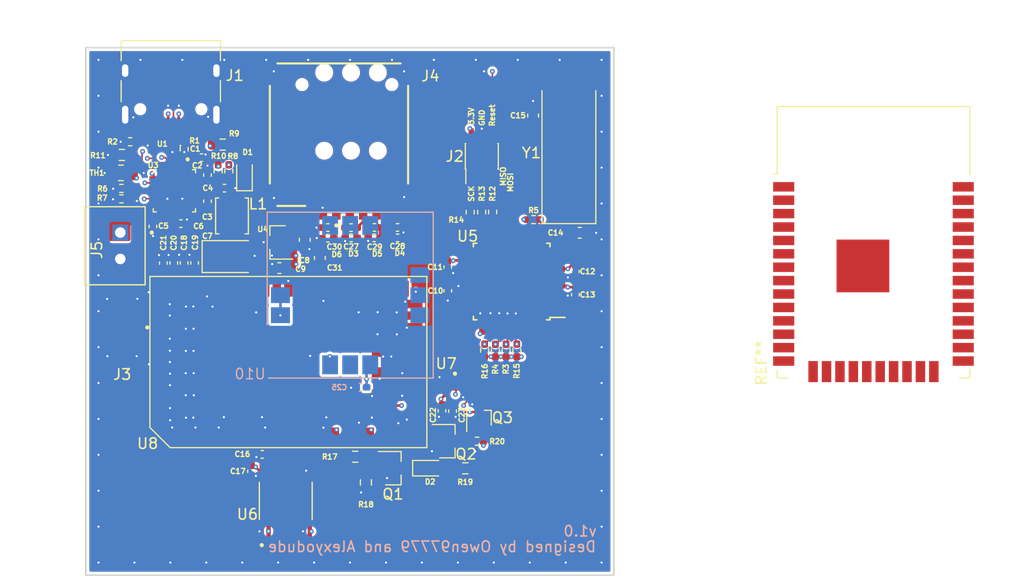
<source format=kicad_pcb>
(kicad_pcb (version 20171130) (host pcbnew 5.1.10-88a1d61d58~90~ubuntu20.04.1)
  (layers (0 F.Cu power) (1 In1.Cu mixed) (2 In2.Cu mixed) (31 B.Cu power) (34 B.Paste user) (35 F.Paste user) (36 B.SilkS user) (37 F.SilkS user) (38 B.Mask user) (39 F.Mask user) (44 Edge.Cuts user))
  (net 0 "")
  (net 1 GND)
  (net 2 VBUS)
  (net 3 "Net-(C2-Pad1)")
  (net 4 "Net-(C3-Pad2)")
  (net 5 "Net-(C3-Pad1)")
  (net 6 "Net-(C4-Pad1)")
  (net 7 "Net-(C5-Pad1)")
  (net 8 SYS)
  (net 9 +3V3)
  (net 10 "Net-(C10-Pad1)")
  (net 11 "Net-(C14-Pad2)")
  (net 12 "Net-(C15-Pad1)")
  (net 13 +1V8)
  (net 14 VCC_GPS)
  (net 15 VSIM)
  (net 16 RST)
  (net 17 IO)
  (net 18 CLK)
  (net 19 "Net-(D1-Pad1)")
  (net 20 "Net-(D2-Pad2)")
  (net 21 "Net-(D2-Pad1)")
  (net 22 "Net-(J1-PadA5)")
  (net 23 D-)
  (net 24 D+)
  (net 25 "Net-(J1-PadB5)")
  (net 26 RESET)
  (net 27 MOSI)
  (net 28 SCK)
  (net 29 MISO)
  (net 30 "Net-(Q1-Pad1)")
  (net 31 SCL_Power)
  (net 32 SDA_Power)
  (net 33 INT_Power)
  (net 34 "Net-(R6-Pad1)")
  (net 35 "Net-(R7-Pad2)")
  (net 36 "Net-(R8-Pad2)")
  (net 37 "Net-(R9-Pad1)")
  (net 38 "Net-(R10-Pad2)")
  (net 39 "Net-(R12-Pad2)")
  (net 40 "Net-(R13-Pad2)")
  (net 41 "Net-(R14-Pad2)")
  (net 42 PWR_Cellular)
  (net 43 "Net-(R17-Pad1)")
  (net 44 GPIO2)
  (net 45 RTS)
  (net 46 TX)
  (net 47 RX)
  (net 48 RESET_Cellular)
  (net 49 CTS)
  (net 50 RTS_Cellular)
  (net 51 CTS_Cellular)
  (net 52 RX_Cellular)
  (net 53 TX_Cellular)
  (net 54 GPIO4)
  (net 55 GPIO3)
  (net 56 TX_GPS)
  (net 57 EXTINT)
  (net 58 "Net-(Q2-Pad3)")
  (net 59 "Net-(J1-PadB8)")
  (net 60 "Net-(J1-PadA8)")
  (net 61 "Net-(J3-Pad1)")
  (net 62 "Net-(J4-PadC6)")
  (net 63 "Net-(J4-PadCD)")
  (net 64 "Net-(U3-Pad12)")
  (net 65 "Net-(U5-Pad24)")
  (net 66 "Net-(U5-Pad23)")
  (net 67 "Net-(U5-Pad22)")
  (net 68 "Net-(U5-Pad19)")
  (net 69 "Net-(U5-Pad14)")
  (net 70 "Net-(U5-Pad13)")
  (net 71 "Net-(U5-Pad12)")
  (net 72 "Net-(U5-Pad11)")
  (net 73 "Net-(U5-Pad10)")
  (net 74 "Net-(U5-Pad2)")
  (net 75 "Net-(U8-Pad62)")
  (net 76 "Net-(U8-Pad49)")
  (net 77 "Net-(U8-Pad48)")
  (net 78 "Net-(U8-Pad47)")
  (net 79 "Net-(U8-Pad46)")
  (net 80 "Net-(U8-Pad45)")
  (net 81 "Net-(U8-Pad44)")
  (net 82 "Net-(U8-Pad42)")
  (net 83 "Net-(U8-Pad37)")
  (net 84 "Net-(U8-Pad36)")
  (net 85 "Net-(U8-Pad35)")
  (net 86 "Net-(U8-Pad34)")
  (net 87 "Net-(U8-Pad33)")
  (net 88 "Net-(U8-Pad31)")
  (net 89 "Net-(U8-Pad29)")
  (net 90 "Net-(U8-Pad28)")
  (net 91 "Net-(U8-Pad27)")
  (net 92 "Net-(U8-Pad26)")
  (net 93 "Net-(U8-Pad19)")
  (net 94 "Net-(U8-Pad17)")
  (net 95 "Net-(U8-Pad8)")
  (net 96 "Net-(U8-Pad7)")
  (net 97 "Net-(U8-Pad6)")
  (net 98 "Net-(U8-Pad2)")
  (net 99 "Net-(U10-Pad18)")
  (net 100 "Net-(U10-Pad14)")
  (net 101 "Net-(U10-Pad12)")
  (net 102 "Net-(U10-Pad9)")
  (net 103 "Net-(U10-Pad8)")
  (net 104 "Net-(U10-Pad7)")
  (module RF_Module:ESP32-WROOM-32 (layer F.Cu) (at 174.575 81.45)
    (fp_text reference REF** (at -10.61 8.43 90) (layer F.SilkS))
    (fp_text value ESP32-WROOM-32)
    (pad 38 smd rect (at 8.5 -8.255) (size 2 0.9) (layers F.Cu F.Paste F.Mask))
    (pad 37 smd rect (at 8.5 -6.985) (size 2 0.9) (layers F.Cu F.Paste F.Mask))
    (pad 36 smd rect (at 8.5 -5.715) (size 2 0.9) (layers F.Cu F.Paste F.Mask))
    (pad 35 smd rect (at 8.5 -4.445) (size 2 0.9) (layers F.Cu F.Paste F.Mask))
    (pad 34 smd rect (at 8.5 -3.175) (size 2 0.9) (layers F.Cu F.Paste F.Mask))
    (pad 33 smd rect (at 8.5 -1.905) (size 2 0.9) (layers F.Cu F.Paste F.Mask))
    (pad 32 smd rect (at 8.5 -0.635) (size 2 0.9) (layers F.Cu F.Paste F.Mask))
    (pad 31 smd rect (at 8.5 0.635) (size 2 0.9) (layers F.Cu F.Paste F.Mask))
    (pad 30 smd rect (at 8.5 1.905) (size 2 0.9) (layers F.Cu F.Paste F.Mask))
    (pad 29 smd rect (at 8.5 3.175) (size 2 0.9) (layers F.Cu F.Paste F.Mask))
    (pad 28 smd rect (at 8.5 4.445) (size 2 0.9) (layers F.Cu F.Paste F.Mask))
    (pad 27 smd rect (at 8.5 5.715) (size 2 0.9) (layers F.Cu F.Paste F.Mask))
    (pad 26 smd rect (at 8.5 6.985) (size 2 0.9) (layers F.Cu F.Paste F.Mask))
    (pad 25 smd rect (at 8.5 8.255) (size 2 0.9) (layers F.Cu F.Paste F.Mask))
    (pad 24 smd rect (at 5.715 9.255 90) (size 2 0.9) (layers F.Cu F.Paste F.Mask))
    (pad 23 smd rect (at 4.445 9.255 90) (size 2 0.9) (layers F.Cu F.Paste F.Mask))
    (pad 22 smd rect (at 3.175 9.255 90) (size 2 0.9) (layers F.Cu F.Paste F.Mask))
    (pad 21 smd rect (at 1.905 9.255 90) (size 2 0.9) (layers F.Cu F.Paste F.Mask))
    (pad 20 smd rect (at 0.635 9.255 90) (size 2 0.9) (layers F.Cu F.Paste F.Mask))
    (pad 19 smd rect (at -0.635 9.255 90) (size 2 0.9) (layers F.Cu F.Paste F.Mask))
    (pad 18 smd rect (at -1.905 9.255 90) (size 2 0.9) (layers F.Cu F.Paste F.Mask))
    (pad 17 smd rect (at -3.175 9.255 90) (size 2 0.9) (layers F.Cu F.Paste F.Mask))
    (pad 16 smd rect (at -4.445 9.255 90) (size 2 0.9) (layers F.Cu F.Paste F.Mask))
    (pad 15 smd rect (at -5.715 9.255 90) (size 2 0.9) (layers F.Cu F.Paste F.Mask))
    (pad 14 smd rect (at -8.5 8.255) (size 2 0.9) (layers F.Cu F.Paste F.Mask))
    (pad 13 smd rect (at -8.5 6.985) (size 2 0.9) (layers F.Cu F.Paste F.Mask))
    (pad 12 smd rect (at -8.5 5.715) (size 2 0.9) (layers F.Cu F.Paste F.Mask))
    (pad 11 smd rect (at -8.5 4.445) (size 2 0.9) (layers F.Cu F.Paste F.Mask))
    (pad 10 smd rect (at -8.5 3.175) (size 2 0.9) (layers F.Cu F.Paste F.Mask))
    (pad 9 smd rect (at -8.5 1.905) (size 2 0.9) (layers F.Cu F.Paste F.Mask))
    (pad 8 smd rect (at -8.5 0.635) (size 2 0.9) (layers F.Cu F.Paste F.Mask))
    (pad 7 smd rect (at -8.5 -0.635) (size 2 0.9) (layers F.Cu F.Paste F.Mask))
    (pad 6 smd rect (at -8.5 -1.905) (size 2 0.9) (layers F.Cu F.Paste F.Mask))
    (pad 5 smd rect (at -8.5 -3.175) (size 2 0.9) (layers F.Cu F.Paste F.Mask))
    (pad 4 smd rect (at -8.5 -4.445) (size 2 0.9) (layers F.Cu F.Paste F.Mask))
    (pad 3 smd rect (at -8.5 -5.715) (size 2 0.9) (layers F.Cu F.Paste F.Mask))
    (pad 2 smd rect (at -8.5 -6.985) (size 2 0.9) (layers F.Cu F.Paste F.Mask))
    (pad 1 smd rect (at -8.5 -8.255) (size 2 0.9) (layers F.Cu F.Paste F.Mask))
    (pad 39 smd rect (at -1 -0.755) (size 5 5) (layers F.Cu F.Paste F.Mask))
  )
  (module "GPS Hardware:JST_B2B-XH-A(LF)(SN)" (layer F.Cu) (at 102.74 78.78 90)
    (fp_text reference J5 (at -0.395 -1.69 90) (layer F.SilkS))
    (fp_text value "B2B-XH-A(LF)(SN)")
    (pad 2 thru_hole circle (at -1.25 0.525 90) (size 1.508 1.508) (drill 1) (layers *.Cu *.Mask) (net 1 GND))
    (pad 1 thru_hole rect (at 1.25 0.525 90) (size 1.508 1.508) (drill 1) (layers *.Cu *.Mask) (net 7 "Net-(C5-Pad1)"))
  )
  (module "GPS Hardware:GCT_SIM8065-6-1-14-01-A_REVA1" (layer F.Cu) (at 123.97 68.255 180)
    (fp_text reference J4 (at -8.655 5.555) (layer F.SilkS))
    (fp_text value SIM8065-6-1-14-01-A_REVA1)
    (pad C3 smd rect (at -4.83 -7.48 180) (size 0.8 1.14) (layers F.Cu F.Paste F.Mask) (net 18 CLK))
    (pad C7 smd rect (at -3.56 -7.48 180) (size 0.8 1.14) (layers F.Cu F.Paste F.Mask) (net 17 IO))
    (pad C2 smd rect (at -2.29 -7.48 180) (size 0.8 1.14) (layers F.Cu F.Paste F.Mask) (net 16 RST))
    (pad C6 smd rect (at -1.02 -7.48 180) (size 0.8 1.14) (layers F.Cu F.Paste F.Mask) (net 62 "Net-(J4-PadC6)"))
    (pad C1 smd rect (at 0.25 -7.48 180) (size 0.8 1.14) (layers F.Cu F.Paste F.Mask) (net 15 VSIM))
    (pad C5 smd rect (at 1.52 -7.48 180) (size 0.8 1.14) (layers F.Cu F.Paste F.Mask) (net 1 GND))
    (pad CD smd rect (at 2.47 -7.48 180) (size 0.8 1.14) (layers F.Cu F.Paste F.Mask) (net 63 "Net-(J4-PadCD)"))
    (pad G1 smd rect (at -6.5 -6 180) (size 0.7 2.1) (layers F.Cu F.Paste F.Mask) (net 1 GND))
    (pad G2 smd rect (at 6.5 -6 180) (size 0.7 2.1) (layers F.Cu F.Paste F.Mask) (net 1 GND))
    (pad G3 smd rect (at -6.5 6 180) (size 0.7 2.1) (layers F.Cu F.Paste F.Mask) (net 1 GND))
    (pad G4 smd rect (at 6.5 6 180) (size 0.7 2.1) (layers F.Cu F.Paste F.Mask) (net 1 GND))
    (pad None np_thru_hole circle (at -5 4.75 180) (size 0.75 0.75) (drill 0.75) (layers *.Cu *.Mask))
    (pad None np_thru_hole circle (at 3.5 4.75 180) (size 0.75 0.75) (drill 0.75) (layers *.Cu *.Mask))
    (pad None np_thru_hole circle (at 1.4 5.88 180) (size 1.2 1.2) (drill 1.2) (layers *.Cu *.Mask))
    (pad None np_thru_hole circle (at 1.4 -1.52 180) (size 1.2 1.2) (drill 1.2) (layers *.Cu *.Mask))
    (pad None np_thru_hole circle (at -1.14 -1.52 180) (size 1.2 1.2) (drill 1.2) (layers *.Cu *.Mask))
    (pad None np_thru_hole circle (at -3.68 -1.52 180) (size 1.2 1.2) (drill 1.2) (layers *.Cu *.Mask))
    (pad None np_thru_hole circle (at -1.14 5.88 180) (size 1.2 1.2) (drill 1.2) (layers *.Cu *.Mask))
    (pad None np_thru_hole circle (at -3.68 5.88 180) (size 1.2 1.2) (drill 1.2) (layers *.Cu *.Mask))
  )
  (module Connector_PinHeader_1.00mm:PinHeader_2x03_P1.00mm_Vertical_SMD (layer F.Cu) (at 137.49 70.31 90)
    (fp_text reference J2 (at 0 -2.56) (layer F.SilkS))
    (fp_text value Conn_01x06_Male)
    (pad 6 smd rect (at 1.65 1 90) (size 2 0.5) (layers F.Cu F.Paste F.Mask) (net 26 RESET))
    (pad 5 smd rect (at -1.65 1 90) (size 2 0.5) (layers F.Cu F.Paste F.Mask) (net 27 MOSI))
    (pad 4 smd rect (at 1.65 0 90) (size 2 0.5) (layers F.Cu F.Paste F.Mask) (net 1 GND))
    (pad 3 smd rect (at -1.65 0 90) (size 2 0.5) (layers F.Cu F.Paste F.Mask) (net 29 MISO))
    (pad 2 smd rect (at 1.65 -1 90) (size 2 0.5) (layers F.Cu F.Paste F.Mask) (net 9 +3V3))
    (pad 1 smd rect (at -1.65 -1 90) (size 2 0.5) (layers F.Cu F.Paste F.Mask) (net 28 SCK))
  )
  (module Package_QFP:TQFP-32_7x7mm_P0.8mm (layer F.Cu) (at 140.32 82.17 180)
    (fp_text reference U5 (at 4.17 4.295 180) (layer F.SilkS))
    (fp_text value ATmega328-AU)
    (pad 32 smd rect (at -2.8 -4.25 270) (size 1.6 0.55) (layers F.Cu F.Paste F.Mask) (net 45 RTS))
    (pad 31 smd rect (at -2 -4.25 270) (size 1.6 0.55) (layers F.Cu F.Paste F.Mask) (net 46 TX))
    (pad 30 smd rect (at -1.2 -4.25 270) (size 1.6 0.55) (layers F.Cu F.Paste F.Mask) (net 47 RX))
    (pad 29 smd rect (at -0.4 -4.25 270) (size 1.6 0.55) (layers F.Cu F.Paste F.Mask) (net 26 RESET))
    (pad 28 smd rect (at 0.4 -4.25 270) (size 1.6 0.55) (layers F.Cu F.Paste F.Mask) (net 31 SCL_Power))
    (pad 27 smd rect (at 1.2 -4.25 270) (size 1.6 0.55) (layers F.Cu F.Paste F.Mask) (net 32 SDA_Power))
    (pad 26 smd rect (at 2 -4.25 270) (size 1.6 0.55) (layers F.Cu F.Paste F.Mask) (net 42 PWR_Cellular))
    (pad 25 smd rect (at 2.8 -4.25 270) (size 1.6 0.55) (layers F.Cu F.Paste F.Mask) (net 48 RESET_Cellular))
    (pad 24 smd rect (at 4.25 -2.8 180) (size 1.6 0.55) (layers F.Cu F.Paste F.Mask) (net 65 "Net-(U5-Pad24)"))
    (pad 23 smd rect (at 4.25 -2 180) (size 1.6 0.55) (layers F.Cu F.Paste F.Mask) (net 66 "Net-(U5-Pad23)"))
    (pad 22 smd rect (at 4.25 -1.2 180) (size 1.6 0.55) (layers F.Cu F.Paste F.Mask) (net 67 "Net-(U5-Pad22)"))
    (pad 21 smd rect (at 4.25 -0.4 180) (size 1.6 0.55) (layers F.Cu F.Paste F.Mask) (net 1 GND))
    (pad 20 smd rect (at 4.25 0.4 180) (size 1.6 0.55) (layers F.Cu F.Paste F.Mask) (net 10 "Net-(C10-Pad1)"))
    (pad 19 smd rect (at 4.25 1.2 180) (size 1.6 0.55) (layers F.Cu F.Paste F.Mask) (net 68 "Net-(U5-Pad19)"))
    (pad 18 smd rect (at 4.25 2 180) (size 1.6 0.55) (layers F.Cu F.Paste F.Mask) (net 9 +3V3))
    (pad 17 smd rect (at 4.25 2.8 180) (size 1.6 0.55) (layers F.Cu F.Paste F.Mask) (net 41 "Net-(R14-Pad2)"))
    (pad 16 smd rect (at 2.8 4.25 270) (size 1.6 0.55) (layers F.Cu F.Paste F.Mask) (net 40 "Net-(R13-Pad2)"))
    (pad 15 smd rect (at 2 4.25 270) (size 1.6 0.55) (layers F.Cu F.Paste F.Mask) (net 39 "Net-(R12-Pad2)"))
    (pad 14 smd rect (at 1.2 4.25 270) (size 1.6 0.55) (layers F.Cu F.Paste F.Mask) (net 69 "Net-(U5-Pad14)"))
    (pad 13 smd rect (at 0.4 4.25 270) (size 1.6 0.55) (layers F.Cu F.Paste F.Mask) (net 70 "Net-(U5-Pad13)"))
    (pad 12 smd rect (at -0.4 4.25 270) (size 1.6 0.55) (layers F.Cu F.Paste F.Mask) (net 71 "Net-(U5-Pad12)"))
    (pad 11 smd rect (at -1.2 4.25 270) (size 1.6 0.55) (layers F.Cu F.Paste F.Mask) (net 72 "Net-(U5-Pad11)"))
    (pad 10 smd rect (at -2 4.25 270) (size 1.6 0.55) (layers F.Cu F.Paste F.Mask) (net 73 "Net-(U5-Pad10)"))
    (pad 9 smd rect (at -2.8 4.25 270) (size 1.6 0.55) (layers F.Cu F.Paste F.Mask) (net 33 INT_Power))
    (pad 8 smd rect (at -4.25 2.8 180) (size 1.6 0.55) (layers F.Cu F.Paste F.Mask) (net 12 "Net-(C15-Pad1)"))
    (pad 7 smd rect (at -4.25 2 180) (size 1.6 0.55) (layers F.Cu F.Paste F.Mask) (net 11 "Net-(C14-Pad2)"))
    (pad 6 smd rect (at -4.25 1.2 180) (size 1.6 0.55) (layers F.Cu F.Paste F.Mask) (net 9 +3V3))
    (pad 5 smd rect (at -4.25 0.4 180) (size 1.6 0.55) (layers F.Cu F.Paste F.Mask) (net 1 GND))
    (pad 4 smd rect (at -4.25 -0.4 180) (size 1.6 0.55) (layers F.Cu F.Paste F.Mask) (net 9 +3V3))
    (pad 3 smd rect (at -4.25 -1.2 180) (size 1.6 0.55) (layers F.Cu F.Paste F.Mask) (net 1 GND))
    (pad 2 smd rect (at -4.25 -2 180) (size 1.6 0.55) (layers F.Cu F.Paste F.Mask) (net 74 "Net-(U5-Pad2)"))
    (pad 1 smd rect (at -4.25 -2.8 180) (size 1.6 0.55) (layers F.Cu F.Paste F.Mask) (net 49 CTS))
  )
  (module "GPS Hardware:SOP65P640X120-16N" (layer F.Cu) (at 118.93 102.96 90)
    (fp_text reference U6 (at -1.265 -3.63 180) (layer F.SilkS))
    (fp_text value SN74AVC4T774PW)
    (pad 1 smd rect (at -2.87 -2.275 90) (size 1.57 0.41) (layers F.Cu F.Paste F.Mask) (net 1 GND))
    (pad 2 smd rect (at -2.87 -1.625 90) (size 1.57 0.41) (layers F.Cu F.Paste F.Mask) (net 9 +3V3))
    (pad 3 smd rect (at -2.87 -0.975 90) (size 1.57 0.41) (layers F.Cu F.Paste F.Mask) (net 49 CTS))
    (pad 4 smd rect (at -2.87 -0.325 90) (size 1.57 0.41) (layers F.Cu F.Paste F.Mask) (net 45 RTS))
    (pad 5 smd rect (at -2.87 0.325 90) (size 1.57 0.41) (layers F.Cu F.Paste F.Mask) (net 47 RX))
    (pad 6 smd rect (at -2.87 0.975 90) (size 1.57 0.41) (layers F.Cu F.Paste F.Mask) (net 46 TX))
    (pad 7 smd rect (at -2.87 1.625 90) (size 1.57 0.41) (layers F.Cu F.Paste F.Mask) (net 1 GND))
    (pad 8 smd rect (at -2.87 2.275 90) (size 1.57 0.41) (layers F.Cu F.Paste F.Mask) (net 9 +3V3))
    (pad 9 smd rect (at 2.87 2.275 90) (size 1.57 0.41) (layers F.Cu F.Paste F.Mask) (net 1 GND))
    (pad 10 smd rect (at 2.87 1.625 90) (size 1.57 0.41) (layers F.Cu F.Paste F.Mask) (net 1 GND))
    (pad 11 smd rect (at 2.87 0.975 90) (size 1.57 0.41) (layers F.Cu F.Paste F.Mask) (net 52 RX_Cellular))
    (pad 12 smd rect (at 2.87 0.325 90) (size 1.57 0.41) (layers F.Cu F.Paste F.Mask) (net 53 TX_Cellular))
    (pad 13 smd rect (at 2.87 -0.325 90) (size 1.57 0.41) (layers F.Cu F.Paste F.Mask) (net 51 CTS_Cellular))
    (pad 14 smd rect (at 2.87 -0.975 90) (size 1.57 0.41) (layers F.Cu F.Paste F.Mask) (net 50 RTS_Cellular))
    (pad 15 smd rect (at 2.87 -1.625 90) (size 1.57 0.41) (layers F.Cu F.Paste F.Mask) (net 13 +1V8))
    (pad 16 smd rect (at 2.87 -2.275 90) (size 1.57 0.41) (layers F.Cu F.Paste F.Mask) (net 9 +3V3))
  )
  (module Capacitor_SMD:C_0603_1608Metric_Pad1.08x0.95mm_HandSolder (layer F.Cu) (at 122.16 79.9425 90)
    (fp_text reference C31 (at -0.9225 1.41) (layer F.SilkS) (effects (font (size 0.5 0.5) (thickness 0.125))))
    (fp_text value 0u1)
    (pad 2 smd roundrect (at 0.8625 0 90) (size 1.075 0.95) (layers F.Cu F.Paste F.Mask) (net 1 GND))
    (pad 1 smd roundrect (at -0.8625 0 90) (size 1.075 0.95) (layers F.Cu F.Paste F.Mask) (net 15 VSIM))
  )
  (module Capacitor_SMD:C_0402_1005Metric_Pad0.74x0.62mm_HandSolder (layer F.Cu) (at 122.9125 77.055 180)
    (fp_text reference C30 (at -0.6275 -1.83 180) (layer F.SilkS) (effects (font (size 0.5 0.5) (thickness 0.125))))
    (fp_text value 47p)
    (pad 2 smd roundrect (at 0.5675 0 180) (size 0.735 0.62) (layers F.Cu F.Paste F.Mask) (net 1 GND))
    (pad 1 smd roundrect (at -0.5675 0 180) (size 0.735 0.62) (layers F.Cu F.Paste F.Mask) (net 15 VSIM))
  )
  (module RF_GPS:ublox_SAM-M8Q (layer B.Cu) (at 125.03 83.46)
    (fp_text reference U10 (at -9.48 7.465) (layer B.SilkS) (effects (font (thickness 0.125)) (justify mirror)))
    (fp_text value ublox_SAM-M8Q)
    (pad 20 smd rect (at -3.8 6.6) (size 1.5 1.8) (layers B.Cu B.Mask) (net 1 GND))
    (pad 19 smd rect (at -1.9 6.6) (size 1.5 1.8) (layers B.Cu B.Mask) (net 57 EXTINT))
    (pad 18 smd rect (at 0 6.6) (size 1.5 1.8) (layers B.Cu B.Mask) (net 99 "Net-(U10-Pad18)"))
    (pad 17 smd rect (at 1.9 6.6) (size 1.5 1.8) (layers B.Cu B.Mask) (net 14 VCC_GPS))
    (pad 16 smd rect (at 3.8 6.6) (size 1.5 1.8) (layers B.Cu B.Mask) (net 1 GND))
    (pad 15 smd rect (at 6.6 3.8) (size 1.8 1.5) (layers B.Cu B.Mask) (net 1 GND))
    (pad 14 smd rect (at 6.6 1.9) (size 1.8 1.5) (layers B.Cu B.Mask) (net 100 "Net-(U10-Pad14)"))
    (pad 13 smd rect (at 6.6 0) (size 1.8 1.5) (layers B.Cu B.Mask) (net 56 TX_GPS))
    (pad 12 smd rect (at 6.6 -1.9) (size 1.8 1.5) (layers B.Cu B.Mask) (net 101 "Net-(U10-Pad12)"))
    (pad 11 smd rect (at 6.6 -3.8) (size 1.8 1.5) (layers B.Cu B.Mask) (net 1 GND))
    (pad 10 smd rect (at 3.8 -6.6) (size 1.5 1.8) (layers B.Cu B.Mask) (net 1 GND))
    (pad 9 smd rect (at 1.9 -6.6) (size 1.5 1.8) (layers B.Cu B.Mask) (net 102 "Net-(U10-Pad9)"))
    (pad 8 smd rect (at 0 -6.6) (size 1.5 1.8) (layers B.Cu B.Mask) (net 103 "Net-(U10-Pad8)"))
    (pad 7 smd rect (at -1.9 -6.6) (size 1.5 1.8) (layers B.Cu B.Mask) (net 104 "Net-(U10-Pad7)"))
    (pad 6 smd rect (at -3.8 -6.6) (size 1.5 1.8) (layers B.Cu B.Mask) (net 1 GND))
    (pad 5 smd rect (at -6.6 -3.8) (size 1.8 1.5) (layers B.Cu B.Mask) (net 1 GND))
    (pad 4 smd rect (at -6.6 -1.9) (size 1.8 1.5) (layers B.Cu B.Mask) (net 1 GND))
    (pad 3 smd rect (at -6.6 0) (size 1.8 1.5) (layers B.Cu B.Mask) (net 14 VCC_GPS))
    (pad 2 smd rect (at -6.6 1.9) (size 1.8 1.5) (layers B.Cu B.Mask) (net 14 VCC_GPS))
    (pad 1 smd rect (at -6.6 3.8) (size 1.8 1.5) (layers B.Cu B.Mask) (net 1 GND))
  )
  (module Capacitor_SMD:C_0402_1005Metric_Pad0.74x0.62mm_HandSolder (layer B.Cu) (at 126.0125 92.19 180)
    (fp_text reference C25 (at 2.0125 -0.01) (layer B.SilkS) (effects (font (size 0.5 0.5) (thickness 0.125)) (justify mirror)))
    (fp_text value 4u7)
    (pad 2 smd roundrect (at 0.5675 0 180) (size 0.735 0.62) (layers B.Cu B.Paste B.Mask) (net 1 GND))
    (pad 1 smd roundrect (at -0.5675 0 180) (size 0.735 0.62) (layers B.Cu B.Paste B.Mask) (net 14 VCC_GPS))
  )
  (module Capacitor_SMD:C_0402_1005Metric_Pad0.74x0.62mm_HandSolder (layer F.Cu) (at 134.725 94.45 270)
    (fp_text reference C23 (at 0.375 -0.875 90) (layer F.SilkS) (effects (font (size 0.5 0.5) (thickness 0.125))))
    (fp_text value 0u1)
    (pad 2 smd roundrect (at 0.5675 0 270) (size 0.735 0.62) (layers F.Cu F.Paste F.Mask) (net 1 GND))
    (pad 1 smd roundrect (at -0.5675 0 270) (size 0.735 0.62) (layers F.Cu F.Paste F.Mask) (net 14 VCC_GPS))
  )
  (module Capacitor_SMD:C_0402_1005Metric_Pad0.74x0.62mm_HandSolder (layer F.Cu) (at 133.725 94.425 270)
    (fp_text reference C22 (at 0.4 0.85 90) (layer F.SilkS) (effects (font (size 0.5 0.5) (thickness 0.125))))
    (fp_text value 0u1)
    (pad 2 smd roundrect (at 0.5675 0 270) (size 0.735 0.62) (layers F.Cu F.Paste F.Mask) (net 1 GND))
    (pad 1 smd roundrect (at -0.5675 0 270) (size 0.735 0.62) (layers F.Cu F.Paste F.Mask) (net 13 +1V8))
  )
  (module Capacitor_SMD:C_0402_1005Metric_Pad0.74x0.62mm_HandSolder (layer F.Cu) (at 134.275 83.05 270)
    (fp_text reference C10 (at 0 1.175 180) (layer F.SilkS) (effects (font (size 0.5 0.5) (thickness 0.125))))
    (fp_text value 0u1)
    (pad 2 smd roundrect (at 0.5675 0 270) (size 0.735 0.62) (layers F.Cu F.Paste F.Mask) (net 1 GND))
    (pad 1 smd roundrect (at -0.5675 0 270) (size 0.735 0.62) (layers F.Cu F.Paste F.Mask) (net 10 "Net-(C10-Pad1)"))
  )
  (module Resistor_SMD:R_0402_1005Metric_Pad0.72x0.64mm_HandSolder (layer F.Cu) (at 137.0475 97.3 180)
    (fp_text reference R20 (at -1.9025 -0.025) (layer F.SilkS) (effects (font (size 0.5 0.5) (thickness 0.125))))
    (fp_text value 47k)
    (pad 2 smd roundrect (at 0.5975 0 180) (size 0.715 0.64) (layers F.Cu F.Paste F.Mask) (net 58 "Net-(Q2-Pad3)"))
    (pad 1 smd roundrect (at -0.5975 0 180) (size 0.715 0.64) (layers F.Cu F.Paste F.Mask) (net 9 +3V3))
  )
  (module Resistor_SMD:R_0603_1608Metric_Pad0.98x0.95mm_HandSolder (layer F.Cu) (at 103.4125 70.175 180)
    (fp_text reference R11 (at 2.2625 -0.05 180) (layer F.SilkS) (effects (font (size 0.5 0.5) (thickness 0.125))))
    (fp_text value 32k)
    (pad 2 smd roundrect (at 0.9125 0 180) (size 0.975 0.95) (layers F.Cu F.Paste F.Mask) (net 1 GND))
    (pad 1 smd roundrect (at -0.9125 0 180) (size 0.975 0.95) (layers F.Cu F.Paste F.Mask) (net 38 "Net-(R10-Pad2)"))
  )
  (module Package_TO_SOT_SMD:SOT-323_SC-70 (layer F.Cu) (at 137.225 95.1 90)
    (fp_text reference Q3 (at 0.025 2.225 180) (layer F.SilkS))
    (fp_text value BSS84)
    (pad 3 smd rect (at 1 0) (size 0.45 0.7) (layers F.Cu F.Paste F.Mask) (net 14 VCC_GPS))
    (pad 2 smd rect (at -1 0.65) (size 0.45 0.7) (layers F.Cu F.Paste F.Mask) (net 9 +3V3))
    (pad 1 smd rect (at -1 -0.65) (size 0.45 0.7) (layers F.Cu F.Paste F.Mask) (net 58 "Net-(Q2-Pad3)"))
  )
  (module Package_TO_SOT_SMD:SOT-23 (layer F.Cu) (at 134.2 97.3)
    (fp_text reference Q2 (at 1.8 1.225) (layer F.SilkS))
    (fp_text value BC847)
    (pad 3 smd rect (at 1 0) (size 0.9 0.8) (layers F.Cu F.Paste F.Mask) (net 58 "Net-(Q2-Pad3)"))
    (pad 2 smd rect (at -1 0.95) (size 0.9 0.8) (layers F.Cu F.Paste F.Mask) (net 1 GND))
    (pad 1 smd rect (at -1 -0.95) (size 0.9 0.8) (layers F.Cu F.Paste F.Mask) (net 44 GPIO2))
  )
  (module Capacitor_SMD:C_0402_1005Metric_Pad0.74x0.62mm_HandSolder (layer F.Cu) (at 110.3 80.4125 90)
    (fp_text reference C19 (at 1.9375 0.05 270) (layer F.SilkS) (effects (font (size 0.5 0.5) (thickness 0.125))))
    (fp_text value 0u1)
    (pad 2 smd roundrect (at 0.5675 0 90) (size 0.735 0.62) (layers F.Cu F.Paste F.Mask) (net 1 GND))
    (pad 1 smd roundrect (at -0.5675 0 90) (size 0.735 0.62) (layers F.Cu F.Paste F.Mask) (net 8 SYS))
  )
  (module Capacitor_SMD:C_0402_1005Metric_Pad0.74x0.62mm_HandSolder (layer F.Cu) (at 106.35 76.95 270)
    (fp_text reference C5 (at -0.05 -1 180) (layer F.SilkS) (effects (font (size 0.5 0.5) (thickness 0.125))))
    (fp_text value 10u)
    (pad 2 smd roundrect (at 0.5675 0 270) (size 0.735 0.62) (layers F.Cu F.Paste F.Mask) (net 1 GND))
    (pad 1 smd roundrect (at -0.5675 0 270) (size 0.735 0.62) (layers F.Cu F.Paste F.Mask) (net 7 "Net-(C5-Pad1)"))
  )
  (module Capacitor_SMD:C_0402_1005Metric_Pad0.74x0.62mm_HandSolder (layer F.Cu) (at 109.0025 76.68)
    (fp_text reference C6 (at 1.6725 0.245) (layer F.SilkS) (effects (font (size 0.5 0.5) (thickness 0.125))))
    (fp_text value 22u)
    (pad 2 smd roundrect (at 0.5675 0) (size 0.735 0.62) (layers F.Cu F.Paste F.Mask) (net 1 GND))
    (pad 1 smd roundrect (at -0.5675 0) (size 0.735 0.62) (layers F.Cu F.Paste F.Mask) (net 8 SYS))
  )
  (module Resistor_SMD:R_0402_1005Metric_Pad0.72x0.64mm_HandSolder (layer F.Cu) (at 136.39 75.5925 270)
    (fp_text reference R14 (at 0.7325 1.315) (layer F.SilkS) (effects (font (size 0.5 0.5) (thickness 0.125))))
    (fp_text value 330)
    (pad 2 smd roundrect (at 0.5975 0 270) (size 0.715 0.64) (layers F.Cu F.Paste F.Mask) (net 41 "Net-(R14-Pad2)"))
    (pad 1 smd roundrect (at -0.5975 0 270) (size 0.715 0.64) (layers F.Cu F.Paste F.Mask) (net 28 SCK))
  )
  (module Resistor_SMD:R_0402_1005Metric_Pad0.72x0.64mm_HandSolder (layer F.Cu) (at 137.48 75.5925 270)
    (fp_text reference R13 (at -1.7425 -0.02 270) (layer F.SilkS) (effects (font (size 0.5 0.5) (thickness 0.125))))
    (fp_text value 330)
    (pad 2 smd roundrect (at 0.5975 0 270) (size 0.715 0.64) (layers F.Cu F.Paste F.Mask) (net 40 "Net-(R13-Pad2)"))
    (pad 1 smd roundrect (at -0.5975 0 270) (size 0.715 0.64) (layers F.Cu F.Paste F.Mask) (net 29 MISO))
  )
  (module Resistor_SMD:R_0402_1005Metric_Pad0.72x0.64mm_HandSolder (layer F.Cu) (at 138.52 75.5725 270)
    (fp_text reference R12 (at -1.7225 0.02 270) (layer F.SilkS) (effects (font (size 0.5 0.5) (thickness 0.125))))
    (fp_text value 330)
    (pad 2 smd roundrect (at 0.5975 0 270) (size 0.715 0.64) (layers F.Cu F.Paste F.Mask) (net 39 "Net-(R12-Pad2)"))
    (pad 1 smd roundrect (at -0.5975 0 270) (size 0.715 0.64) (layers F.Cu F.Paste F.Mask) (net 27 MOSI))
  )
  (module Resistor_SMD:R_0402_1005Metric_Pad0.72x0.64mm_HandSolder (layer F.Cu) (at 137.76 88.7025 90)
    (fp_text reference R16 (at -1.9725 0.015 90) (layer F.SilkS) (effects (font (size 0.5 0.5) (thickness 0.125))))
    (fp_text value 100k)
    (pad 2 smd roundrect (at 0.5975 0 90) (size 0.715 0.64) (layers F.Cu F.Paste F.Mask) (net 42 PWR_Cellular))
    (pad 1 smd roundrect (at -0.5975 0 90) (size 0.715 0.64) (layers F.Cu F.Paste F.Mask) (net 9 +3V3))
  )
  (module Resistor_SMD:R_0402_1005Metric_Pad0.72x0.64mm_HandSolder (layer F.Cu) (at 140.81 88.6975 90)
    (fp_text reference R15 (at -1.9525 -0.01 270) (layer F.SilkS) (effects (font (size 0.5 0.5) (thickness 0.125))))
    (fp_text value 10k)
    (pad 2 smd roundrect (at 0.5975 0 90) (size 0.715 0.64) (layers F.Cu F.Paste F.Mask) (net 26 RESET))
    (pad 1 smd roundrect (at -0.5975 0 90) (size 0.715 0.64) (layers F.Cu F.Paste F.Mask) (net 9 +3V3))
  )
  (module Resistor_SMD:R_0402_1005Metric_Pad0.72x0.64mm_HandSolder (layer F.Cu) (at 142.39 76.3 180)
    (fp_text reference R5 (at 0 0.875 180) (layer F.SilkS) (effects (font (size 0.5 0.5) (thickness 0.125))))
    (fp_text value 4k7)
    (pad 2 smd roundrect (at 0.5975 0 180) (size 0.715 0.64) (layers F.Cu F.Paste F.Mask) (net 9 +3V3))
    (pad 1 smd roundrect (at -0.5975 0 180) (size 0.715 0.64) (layers F.Cu F.Paste F.Mask) (net 33 INT_Power))
  )
  (module Resistor_SMD:R_0402_1005Metric_Pad0.72x0.64mm_HandSolder (layer F.Cu) (at 138.78 88.7175 90)
    (fp_text reference R4 (at -1.7575 -0.005 270) (layer F.SilkS) (effects (font (size 0.5 0.5) (thickness 0.125))))
    (fp_text value 4k7)
    (pad 2 smd roundrect (at 0.5975 0 90) (size 0.715 0.64) (layers F.Cu F.Paste F.Mask) (net 32 SDA_Power))
    (pad 1 smd roundrect (at -0.5975 0 90) (size 0.715 0.64) (layers F.Cu F.Paste F.Mask) (net 9 +3V3))
  )
  (module Resistor_SMD:R_0402_1005Metric_Pad0.72x0.64mm_HandSolder (layer F.Cu) (at 139.79 88.71 270)
    (fp_text reference R3 (at 1.765 0.015 270) (layer F.SilkS) (effects (font (size 0.5 0.5) (thickness 0.125))))
    (fp_text value 4k7)
    (pad 2 smd roundrect (at 0.5975 0 270) (size 0.715 0.64) (layers F.Cu F.Paste F.Mask) (net 9 +3V3))
    (pad 1 smd roundrect (at -0.5975 0 270) (size 0.715 0.64) (layers F.Cu F.Paste F.Mask) (net 31 SCL_Power))
  )
  (module Capacitor_SMD:C_0402_1005Metric_Pad0.74x0.62mm_HandSolder (layer F.Cu) (at 115.69 100.1475 270)
    (fp_text reference C17 (at 0 1.29 180) (layer F.SilkS) (effects (font (size 0.5 0.5) (thickness 0.125))))
    (fp_text value 0u1)
    (pad 1 smd roundrect (at -0.5675 0 270) (size 0.735 0.62) (layers F.Cu F.Paste F.Mask) (net 9 +3V3))
    (pad 2 smd roundrect (at 0.5675 0 270) (size 0.735 0.62) (layers F.Cu F.Paste F.Mask) (net 1 GND))
  )
  (module Capacitor_SMD:C_0402_1005Metric_Pad0.74x0.62mm_HandSolder (layer F.Cu) (at 116.71 98.55 180)
    (fp_text reference C16 (at 1.885 0.025 180) (layer F.SilkS) (effects (font (size 0.5 0.5) (thickness 0.125))))
    (fp_text value 0u1)
    (pad 1 smd roundrect (at -0.5675 0 180) (size 0.735 0.62) (layers F.Cu F.Paste F.Mask) (net 13 +1V8))
    (pad 2 smd roundrect (at 0.5675 0 180) (size 0.735 0.62) (layers F.Cu F.Paste F.Mask) (net 1 GND))
  )
  (module RF_GSM:ublox_SARA-G3_LGA-96 (layer F.Cu) (at 119.18 89.8 90)
    (fp_text reference U8 (at -7.725 -13.33 180) (layer F.SilkS))
    (fp_text value SARA-U201)
    (pad 96 smd rect (at 5.25 10.25) (size 1.1 1.1) (layers F.Cu F.Mask) (net 1 GND))
    (pad 95 smd rect (at 3.15 10.25 270) (size 1.1 1.1) (layers F.Cu F.Mask) (net 1 GND))
    (pad 94 smd rect (at 1.05 10.25 270) (size 1.1 1.1) (layers F.Cu F.Mask) (net 1 GND))
    (pad 93 smd rect (at -1.05 10.25) (size 1.1 1.1) (layers F.Cu F.Mask) (net 1 GND))
    (pad 92 smd rect (at -3.15 10.25 270) (size 1.1 1.1) (layers F.Cu F.Mask) (net 1 GND))
    (pad 91 smd rect (at -5.25 10.25 270) (size 1.1 1.1) (layers F.Cu F.Mask) (net 1 GND))
    (pad 90 smd rect (at 5.25 8.45 270) (size 1.1 1.1) (layers F.Cu F.Mask) (net 1 GND))
    (pad 89 smd rect (at 3.15 8.45 270) (size 1.1 1.1) (layers F.Cu F.Mask) (net 1 GND))
    (pad 88 smd rect (at 1.05 8.45 270) (size 1.1 1.1) (layers F.Cu F.Mask) (net 1 GND))
    (pad 87 smd rect (at -1.05 8.45 270) (size 1.1 1.1) (layers F.Cu F.Mask) (net 1 GND))
    (pad 86 smd rect (at -3.15 8.45 270) (size 1.1 1.1) (layers F.Cu F.Mask) (net 1 GND))
    (pad 85 smd rect (at -5.25 8.45 270) (size 1.1 1.1) (layers F.Cu F.Mask) (net 1 GND))
    (pad 84 smd rect (at 5.25 6.65 270) (size 1.1 1.1) (layers F.Cu F.Mask) (net 1 GND))
    (pad 83 smd rect (at -5.25 6.65 270) (size 1.1 1.1) (layers F.Cu F.Mask) (net 1 GND))
    (pad 82 smd rect (at 5.25 3.05 270) (size 1.1 1.1) (layers F.Cu F.Mask) (net 1 GND))
    (pad 81 smd rect (at -5.25 3.05 270) (size 1.1 1.1) (layers F.Cu F.Mask) (net 1 GND))
    (pad 80 smd rect (at 5.25 -3.05 270) (size 1.1 1.1) (layers F.Cu F.Mask) (net 1 GND))
    (pad 79 smd rect (at -5.25 -3.05 270) (size 1.1 1.1) (layers F.Cu F.Mask) (net 1 GND))
    (pad 78 smd rect (at 5.25 -6.65 270) (size 1.1 1.1) (layers F.Cu F.Mask) (net 1 GND))
    (pad 77 smd rect (at -5.25 -6.65 270) (size 1.1 1.1) (layers F.Cu F.Mask) (net 1 GND))
    (pad 76 smd rect (at 5.25 -8.45 270) (size 1.1 1.1) (layers F.Cu F.Mask) (net 1 GND))
    (pad 75 smd rect (at 3.15 -8.45 270) (size 1.1 1.1) (layers F.Cu F.Mask) (net 1 GND))
    (pad 74 smd rect (at 1.05 -8.45 270) (size 1.1 1.1) (layers F.Cu F.Mask) (net 1 GND))
    (pad 73 smd rect (at -1.05 -8.45 270) (size 1.1 1.1) (layers F.Cu F.Mask) (net 1 GND))
    (pad 72 smd rect (at -3.15 -8.45 270) (size 1.1 1.1) (layers F.Cu F.Mask) (net 1 GND))
    (pad 71 smd rect (at -5.25 -8.45 270) (size 1.1 1.1) (layers F.Cu F.Mask) (net 1 GND))
    (pad 70 smd rect (at 5.25 -10.25 270) (size 1.1 1.1) (layers F.Cu F.Mask) (net 1 GND))
    (pad 69 smd rect (at 3.15 -10.25 270) (size 1.1 1.1) (layers F.Cu F.Mask) (net 1 GND))
    (pad 68 smd rect (at 1.05 -10.25 270) (size 1.1 1.1) (layers F.Cu F.Mask) (net 1 GND))
    (pad 67 smd rect (at -1.05 -10.25 270) (size 1.1 1.1) (layers F.Cu F.Mask) (net 1 GND))
    (pad 66 smd rect (at -3.15 -10.25 270) (size 1.1 1.1) (layers F.Cu F.Mask) (net 1 GND))
    (pad 64 smd rect (at -5.5 -11.95 270) (size 0.8 1.5) (layers F.Cu F.Mask) (net 1 GND))
    (pad 65 smd rect (at -5.25 -10.25 270) (size 1.1 1.1) (layers F.Cu F.Mask) (net 1 GND))
    (pad 63 smd rect (at -4.4 -11.95 270) (size 0.8 1.5) (layers F.Cu F.Mask) (net 1 GND))
    (pad 62 smd rect (at -3.3 -11.95 270) (size 0.8 1.5) (layers F.Cu F.Mask) (net 75 "Net-(U8-Pad62)"))
    (pad 61 smd rect (at -2.2 -11.95 270) (size 0.8 1.5) (layers F.Cu F.Mask) (net 1 GND))
    (pad 60 smd rect (at -1.1 -11.95 270) (size 0.8 1.5) (layers F.Cu F.Mask) (net 1 GND))
    (pad 59 smd rect (at 0 -11.95 270) (size 0.8 1.5) (layers F.Cu F.Mask) (net 1 GND))
    (pad 58 smd rect (at 1.1 -11.95 270) (size 0.8 1.5) (layers F.Cu F.Mask) (net 1 GND))
    (pad 57 smd rect (at 2.2 -11.95 270) (size 0.8 1.5) (layers F.Cu F.Mask) (net 1 GND))
    (pad 56 smd rect (at 3.3 -11.95 270) (size 0.8 1.5) (layers F.Cu F.Mask) (net 61 "Net-(J3-Pad1)"))
    (pad 55 smd rect (at 4.4 -11.95 270) (size 0.8 1.5) (layers F.Cu F.Mask) (net 1 GND))
    (pad 54 smd rect (at 5.5 -11.95 270) (size 0.8 1.5) (layers F.Cu F.Mask) (net 1 GND))
    (pad 53 smd rect (at 6.95 -11 180) (size 0.8 1.5) (layers F.Cu F.Mask) (net 8 SYS))
    (pad 52 smd rect (at 6.95 -9.9 180) (size 0.8 1.5) (layers F.Cu F.Mask) (net 8 SYS))
    (pad 51 smd rect (at 6.95 -8.8 180) (size 0.8 1.5) (layers F.Cu F.Mask) (net 8 SYS))
    (pad 50 smd rect (at 6.95 -7.7 180) (size 0.8 1.5) (layers F.Cu F.Mask) (net 1 GND))
    (pad 49 smd rect (at 6.95 -6.6 180) (size 0.8 1.5) (layers F.Cu F.Mask) (net 76 "Net-(U8-Pad49)"))
    (pad 48 smd rect (at 6.95 -5.5 180) (size 0.8 1.5) (layers F.Cu F.Mask) (net 77 "Net-(U8-Pad48)"))
    (pad 47 smd rect (at 6.95 -4.4 180) (size 0.8 1.5) (layers F.Cu F.Mask) (net 78 "Net-(U8-Pad47)"))
    (pad 46 smd rect (at 6.95 -3.3 180) (size 0.8 1.5) (layers F.Cu F.Mask) (net 79 "Net-(U8-Pad46)"))
    (pad 45 smd rect (at 6.95 -2.2 180) (size 0.8 1.5) (layers F.Cu F.Mask) (net 80 "Net-(U8-Pad45)"))
    (pad 44 smd rect (at 6.95 -1.1 180) (size 0.8 1.5) (layers F.Cu F.Mask) (net 81 "Net-(U8-Pad44)"))
    (pad 43 smd rect (at 6.95 0 180) (size 0.8 1.5) (layers F.Cu F.Mask) (net 1 GND))
    (pad 42 smd rect (at 6.95 1.1 180) (size 0.8 1.5) (layers F.Cu F.Mask) (net 82 "Net-(U8-Pad42)"))
    (pad 41 smd rect (at 6.95 2.2 180) (size 0.8 1.5) (layers F.Cu F.Mask) (net 15 VSIM))
    (pad 40 smd rect (at 6.95 3.3 180) (size 0.8 1.5) (layers F.Cu F.Mask) (net 16 RST))
    (pad 39 smd rect (at 6.95 4.4 180) (size 0.8 1.5) (layers F.Cu F.Mask) (net 17 IO))
    (pad 38 smd rect (at 6.95 5.5 180) (size 0.8 1.5) (layers F.Cu F.Mask) (net 18 CLK))
    (pad 37 smd rect (at 6.95 6.6 180) (size 0.8 1.5) (layers F.Cu F.Mask) (net 83 "Net-(U8-Pad37)"))
    (pad 36 smd rect (at 6.95 7.7 180) (size 0.8 1.5) (layers F.Cu F.Mask) (net 84 "Net-(U8-Pad36)"))
    (pad 35 smd rect (at 6.95 8.8 180) (size 0.8 1.5) (layers F.Cu F.Mask) (net 85 "Net-(U8-Pad35)"))
    (pad 34 smd rect (at 6.95 9.9 180) (size 0.8 1.5) (layers F.Cu F.Mask) (net 86 "Net-(U8-Pad34)"))
    (pad 33 smd rect (at 6.95 11 180) (size 0.8 1.5) (layers F.Cu F.Mask) (net 87 "Net-(U8-Pad33)"))
    (pad 32 smd rect (at 5.5 11.95 90) (size 0.8 1.5) (layers F.Cu F.Mask) (net 1 GND))
    (pad 31 smd rect (at 4.4 11.95 90) (size 0.8 1.5) (layers F.Cu F.Mask) (net 88 "Net-(U8-Pad31)"))
    (pad 30 smd rect (at 3.3 11.95 90) (size 0.8 1.5) (layers F.Cu F.Mask) (net 1 GND))
    (pad 29 smd rect (at 2.2 11.95 90) (size 0.8 1.5) (layers F.Cu F.Mask) (net 89 "Net-(U8-Pad29)"))
    (pad 28 smd rect (at 1.1 11.95 90) (size 0.8 1.5) (layers F.Cu F.Mask) (net 90 "Net-(U8-Pad28)"))
    (pad 27 smd rect (at 0 11.95 90) (size 0.8 1.5) (layers F.Cu F.Mask) (net 91 "Net-(U8-Pad27)"))
    (pad 26 smd rect (at -1.1 11.95 90) (size 0.8 1.5) (layers F.Cu F.Mask) (net 92 "Net-(U8-Pad26)"))
    (pad 25 smd rect (at -2.2 11.95 90) (size 0.8 1.5) (layers F.Cu F.Mask) (net 54 GPIO4))
    (pad 24 smd rect (at -3.3 11.95 90) (size 0.8 1.5) (layers F.Cu F.Mask) (net 55 GPIO3))
    (pad 23 smd rect (at -4.4 11.95 90) (size 0.8 1.5) (layers F.Cu F.Mask) (net 44 GPIO2))
    (pad 22 smd rect (at -5.5 11.95 90) (size 0.8 1.5) (layers F.Cu F.Mask) (net 1 GND))
    (pad 21 smd rect (at -6.95 11) (size 0.8 1.5) (layers F.Cu F.Mask) (net 1 GND))
    (pad 20 smd rect (at -6.95 9.9) (size 0.8 1.5) (layers F.Cu F.Mask) (net 1 GND))
    (pad 19 smd rect (at -6.95 8.8) (size 0.8 1.5) (layers F.Cu F.Mask) (net 93 "Net-(U8-Pad19)"))
    (pad 18 smd rect (at -6.95 7.7) (size 0.8 1.5) (layers F.Cu F.Mask) (net 48 RESET_Cellular))
    (pad 17 smd rect (at -6.95 6.6) (size 0.8 1.5) (layers F.Cu F.Mask) (net 94 "Net-(U8-Pad17)"))
    (pad 16 smd rect (at -6.95 5.5) (size 0.8 1.5) (layers F.Cu F.Mask) (net 43 "Net-(R17-Pad1)"))
    (pad 15 smd rect (at -6.95 4.4) (size 0.8 1.5) (layers F.Cu F.Mask) (net 42 PWR_Cellular))
    (pad 14 smd rect (at -6.95 3.3) (size 0.8 1.5) (layers F.Cu F.Mask) (net 1 GND))
    (pad 13 smd rect (at -6.95 2.2) (size 0.8 1.5) (layers F.Cu F.Mask) (net 52 RX_Cellular))
    (pad 12 smd rect (at -6.95 1.1) (size 0.8 1.5) (layers F.Cu F.Mask) (net 53 TX_Cellular))
    (pad 11 smd rect (at -6.95 0) (size 0.8 1.5) (layers F.Cu F.Mask) (net 51 CTS_Cellular))
    (pad 10 smd rect (at -6.95 -1.1) (size 0.8 1.5) (layers F.Cu F.Mask) (net 50 RTS_Cellular))
    (pad 9 smd rect (at -6.95 -2.2) (size 0.8 1.5) (layers F.Cu F.Mask) (net 1 GND))
    (pad 8 smd rect (at -6.95 -3.3) (size 0.8 1.5) (layers F.Cu F.Mask) (net 95 "Net-(U8-Pad8)"))
    (pad 7 smd rect (at -6.95 -4.4) (size 0.8 1.5) (layers F.Cu F.Mask) (net 96 "Net-(U8-Pad7)"))
    (pad 6 smd rect (at -6.95 -5.5) (size 0.8 1.5) (layers F.Cu F.Mask) (net 97 "Net-(U8-Pad6)"))
    (pad 5 smd rect (at -6.95 -6.6) (size 0.8 1.5) (layers F.Cu F.Mask) (net 1 GND))
    (pad 4 smd rect (at -6.95 -7.7) (size 0.8 1.5) (layers F.Cu F.Mask) (net 13 +1V8))
    (pad 3 smd rect (at -6.95 -8.8) (size 0.8 1.5) (layers F.Cu F.Mask) (net 1 GND))
    (pad 2 smd rect (at -6.95 -9.9) (size 0.8 1.5) (layers F.Cu F.Mask) (net 98 "Net-(U8-Pad2)"))
    (pad 1 smd rect (at -6.95 -11) (size 0.8 1.5) (layers F.Cu F.Mask) (net 1 GND))
  )
  (module Connector_USB:USB_C_Receptacle_HRO_TYPE-C-31-M-12 (layer F.Cu) (at 108.046 63.235 180)
    (fp_text reference J1 (at -6.054 0.585) (layer F.SilkS))
    (fp_text value USB_C_Receptacle_USB2.0)
    (pad B1 smd rect (at 3.25 -4.045 180) (size 0.6 1.45) (layers F.Cu F.Paste F.Mask) (net 1 GND))
    (pad A9 smd rect (at 2.45 -4.045 180) (size 0.6 1.45) (layers F.Cu F.Paste F.Mask) (net 2 VBUS))
    (pad B9 smd rect (at -2.45 -4.045 180) (size 0.6 1.45) (layers F.Cu F.Paste F.Mask) (net 2 VBUS))
    (pad B12 smd rect (at -3.25 -4.045 180) (size 0.6 1.45) (layers F.Cu F.Paste F.Mask) (net 1 GND))
    (pad A1 smd rect (at -3.25 -4.045 180) (size 0.6 1.45) (layers F.Cu F.Paste F.Mask) (net 1 GND))
    (pad A4 smd rect (at -2.45 -4.045 180) (size 0.6 1.45) (layers F.Cu F.Paste F.Mask) (net 2 VBUS))
    (pad B4 smd rect (at 2.45 -4.045 180) (size 0.6 1.45) (layers F.Cu F.Paste F.Mask) (net 2 VBUS))
    (pad A12 smd rect (at 3.25 -4.045 180) (size 0.6 1.45) (layers F.Cu F.Paste F.Mask) (net 1 GND))
    (pad B8 smd rect (at -1.75 -4.045 180) (size 0.3 1.45) (layers F.Cu F.Paste F.Mask) (net 59 "Net-(J1-PadB8)"))
    (pad A5 smd rect (at -1.25 -4.045 180) (size 0.3 1.45) (layers F.Cu F.Paste F.Mask) (net 22 "Net-(J1-PadA5)"))
    (pad B7 smd rect (at -0.75 -4.045 180) (size 0.3 1.45) (layers F.Cu F.Paste F.Mask) (net 23 D-))
    (pad A7 smd rect (at 0.25 -4.045 180) (size 0.3 1.45) (layers F.Cu F.Paste F.Mask) (net 23 D-))
    (pad B6 smd rect (at 0.75 -4.045 180) (size 0.3 1.45) (layers F.Cu F.Paste F.Mask) (net 24 D+))
    (pad A8 smd rect (at 1.25 -4.045 180) (size 0.3 1.45) (layers F.Cu F.Paste F.Mask) (net 60 "Net-(J1-PadA8)"))
    (pad B5 smd rect (at 1.75 -4.045 180) (size 0.3 1.45) (layers F.Cu F.Paste F.Mask) (net 25 "Net-(J1-PadB5)"))
    (pad A6 smd rect (at -0.25 -4.045 180) (size 0.3 1.45) (layers F.Cu F.Paste F.Mask) (net 24 D+))
    (pad S1 thru_hole oval (at 4.32 -3.13 180) (size 1 2.1) (drill oval 0.6 1.7) (layers *.Cu *.Mask) (net 1 GND))
    (pad S1 thru_hole oval (at -4.32 -3.13 180) (size 1 2.1) (drill oval 0.6 1.7) (layers *.Cu *.Mask) (net 1 GND))
    (pad "" np_thru_hole circle (at -2.89 -2.6 180) (size 0.65 0.65) (drill 0.65) (layers *.Cu *.Mask))
    (pad S1 thru_hole oval (at -4.32 1.05 180) (size 1 1.6) (drill oval 0.6 1.2) (layers *.Cu *.Mask) (net 1 GND))
    (pad "" np_thru_hole circle (at 2.89 -2.6 180) (size 0.65 0.65) (drill 0.65) (layers *.Cu *.Mask))
    (pad S1 thru_hole oval (at 4.32 1.05 180) (size 1 1.6) (drill oval 0.6 1.2) (layers *.Cu *.Mask) (net 1 GND))
  )
  (module LED_SMD:LED_0603_1608Metric_Pad1.05x0.95mm_HandSolder (layer F.Cu) (at 115.02 71.91 90)
    (fp_text reference D1 (at 1.995 0.31 180) (layer F.SilkS) (effects (font (size 0.5 0.5) (thickness 0.125))))
    (fp_text value LED)
    (pad 2 smd roundrect (at 0.875 0 90) (size 1.05 0.95) (layers F.Cu F.Paste F.Mask) (net 8 SYS))
    (pad 1 smd roundrect (at -0.875 0 90) (size 1.05 0.95) (layers F.Cu F.Paste F.Mask) (net 19 "Net-(D1-Pad1)"))
  )
  (module "GPS Hardware:IC_ESD122DMXR" (layer F.Cu) (at 108.26 69.3 180)
    (fp_text reference U1 (at 1.01 0.175 180) (layer F.SilkS) (effects (font (size 0.5 0.5) (thickness 0.125))))
    (fp_text value ESD122DMX)
    (pad 3 smd rect (at 0.15 -0.34 180) (size 0.2 0.2) (layers F.Cu) (net 1 GND))
    (pad 2 smd rect (at 0.15 0.34 180) (size 0.2 0.2) (layers F.Cu) (net 23 D-))
    (pad 1 smd rect (at -0.15 0 180) (size 0.2 0.2) (layers F.Cu) (net 24 D+))
  )
  (module Resistor_SMD:R_0402_1005Metric_Pad0.72x0.64mm_HandSolder (layer F.Cu) (at 112.53 71.7025 90)
    (fp_text reference R10 (at 1.4275 0.045) (layer F.SilkS) (effects (font (size 0.5 0.5) (thickness 0.125))))
    (fp_text value 5k23)
    (pad 2 smd roundrect (at 0.5975 0 90) (size 0.715 0.64) (layers F.Cu F.Paste F.Mask) (net 38 "Net-(R10-Pad2)"))
    (pad 1 smd roundrect (at -0.5975 0 90) (size 0.715 0.64) (layers F.Cu F.Paste F.Mask) (net 6 "Net-(C4-Pad1)"))
  )
  (module Resistor_SMD:R_0402_1005Metric_Pad0.72x0.64mm_HandSolder (layer F.Cu) (at 104.2025 68.925)
    (fp_text reference R2 (at -1.6775 0 180) (layer F.SilkS) (effects (font (size 0.5 0.5) (thickness 0.125))))
    (fp_text value 5k1)
    (pad 2 smd roundrect (at 0.5975 0) (size 0.715 0.64) (layers F.Cu F.Paste F.Mask) (net 25 "Net-(J1-PadB5)"))
    (pad 1 smd roundrect (at -0.5975 0) (size 0.715 0.64) (layers F.Cu F.Paste F.Mask) (net 1 GND))
  )
  (module Resistor_SMD:R_0402_1005Metric_Pad0.72x0.64mm_HandSolder (layer F.Cu) (at 109.31 69.63 90)
    (fp_text reference R1 (at 0.805 0.99 180) (layer F.SilkS) (effects (font (size 0.5 0.5) (thickness 0.125))))
    (fp_text value 5k1)
    (pad 2 smd roundrect (at 0.5975 0 90) (size 0.715 0.64) (layers F.Cu F.Paste F.Mask) (net 22 "Net-(J1-PadA5)"))
    (pad 1 smd roundrect (at -0.5975 0 90) (size 0.715 0.64) (layers F.Cu F.Paste F.Mask) (net 1 GND))
  )
  (module Capacitor_SMD:C_0402_1005Metric_Pad0.74x0.62mm_HandSolder (layer F.Cu) (at 146.35 83.4175 270)
    (fp_text reference C13 (at 0 -1.16) (layer F.SilkS) (effects (font (size 0.5 0.5) (thickness 0.125))))
    (fp_text value 0u1)
    (pad 2 smd roundrect (at 0.5675 0 270) (size 0.735 0.62) (layers F.Cu F.Paste F.Mask) (net 1 GND))
    (pad 1 smd roundrect (at -0.5675 0 270) (size 0.735 0.62) (layers F.Cu F.Paste F.Mask) (net 9 +3V3))
  )
  (module Capacitor_SMD:C_0402_1005Metric_Pad0.74x0.62mm_HandSolder (layer F.Cu) (at 146.35 81.2175 270)
    (fp_text reference C12 (at 0 -1.16 180) (layer F.SilkS) (effects (font (size 0.5 0.5) (thickness 0.125))))
    (fp_text value 0u1)
    (pad 2 smd roundrect (at 0.5675 0 270) (size 0.735 0.62) (layers F.Cu F.Paste F.Mask) (net 1 GND))
    (pad 1 smd roundrect (at -0.5675 0 270) (size 0.735 0.62) (layers F.Cu F.Paste F.Mask) (net 9 +3V3))
  )
  (module Capacitor_SMD:C_0402_1005Metric_Pad0.74x0.62mm_HandSolder (layer F.Cu) (at 134.27 80.7975 270)
    (fp_text reference C11 (at 0 1.195) (layer F.SilkS) (effects (font (size 0.5 0.5) (thickness 0.125))))
    (fp_text value 0u1)
    (pad 2 smd roundrect (at 0.5675 0 270) (size 0.735 0.62) (layers F.Cu F.Paste F.Mask) (net 1 GND))
    (pad 1 smd roundrect (at -0.5675 0 270) (size 0.735 0.62) (layers F.Cu F.Paste F.Mask) (net 9 +3V3))
  )
  (module Capacitor_SMD:C_0402_1005Metric_Pad0.74x0.62mm_HandSolder (layer F.Cu) (at 122.9175 78.065 180)
    (fp_text reference D6 (at -0.8425 -1.53 180) (layer F.SilkS) (effects (font (size 0.5 0.5) (thickness 0.125))))
    (fp_text value PESD0402)
    (pad 2 smd roundrect (at 0.5675 0 180) (size 0.735 0.62) (layers F.Cu F.Paste F.Mask) (net 1 GND))
    (pad 1 smd roundrect (at -0.5675 0 180) (size 0.735 0.62) (layers F.Cu F.Paste F.Mask) (net 15 VSIM))
  )
  (module Capacitor_SMD:C_0402_1005Metric_Pad0.74x0.62mm_HandSolder (layer F.Cu) (at 127.3 78.035)
    (fp_text reference D5 (at 0.29 1.51 180) (layer F.SilkS) (effects (font (size 0.5 0.5) (thickness 0.125))))
    (fp_text value PESD0402)
    (pad 2 smd roundrect (at 0.5675 0) (size 0.735 0.62) (layers F.Cu F.Paste F.Mask) (net 17 IO))
    (pad 1 smd roundrect (at -0.5675 0) (size 0.735 0.62) (layers F.Cu F.Paste F.Mask) (net 1 GND))
  )
  (module Capacitor_SMD:C_0402_1005Metric_Pad0.74x0.62mm_HandSolder (layer F.Cu) (at 129.5175 78.035 180)
    (fp_text reference D4 (at -0.2125 -1.44 180) (layer F.SilkS) (effects (font (size 0.5 0.5) (thickness 0.125))))
    (fp_text value PESD0402)
    (pad 2 smd roundrect (at 0.5675 0 180) (size 0.735 0.62) (layers F.Cu F.Paste F.Mask) (net 18 CLK))
    (pad 1 smd roundrect (at -0.5675 0 180) (size 0.735 0.62) (layers F.Cu F.Paste F.Mask) (net 1 GND))
  )
  (module Capacitor_SMD:C_0402_1005Metric_Pad0.74x0.62mm_HandSolder (layer F.Cu) (at 125.1175 78.035)
    (fp_text reference D3 (at 0.2225 1.5 180) (layer F.SilkS) (effects (font (size 0.5 0.5) (thickness 0.125))))
    (fp_text value PESD0402)
    (pad 2 smd roundrect (at 0.5675 0) (size 0.735 0.62) (layers F.Cu F.Paste F.Mask) (net 16 RST))
    (pad 1 smd roundrect (at -0.5675 0) (size 0.735 0.62) (layers F.Cu F.Paste F.Mask) (net 1 GND))
  )
  (module Capacitor_SMD:C_0402_1005Metric_Pad0.74x0.62mm_HandSolder (layer F.Cu) (at 127.3225 77.045 180)
    (fp_text reference C29 (at -0.0275 -1.85 180) (layer F.SilkS) (effects (font (size 0.5 0.5) (thickness 0.125))))
    (fp_text value 47p)
    (pad 2 smd roundrect (at 0.5675 0 180) (size 0.735 0.62) (layers F.Cu F.Paste F.Mask) (net 1 GND))
    (pad 1 smd roundrect (at -0.5675 0 180) (size 0.735 0.62) (layers F.Cu F.Paste F.Mask) (net 17 IO))
  )
  (module Capacitor_SMD:C_0402_1005Metric_Pad0.74x0.62mm_HandSolder (layer F.Cu) (at 129.5125 77.045)
    (fp_text reference C28 (at -0.0025 1.78 180) (layer F.SilkS) (effects (font (size 0.5 0.5) (thickness 0.125))))
    (fp_text value 47p)
    (pad 2 smd roundrect (at 0.5675 0) (size 0.735 0.62) (layers F.Cu F.Paste F.Mask) (net 1 GND))
    (pad 1 smd roundrect (at -0.5675 0) (size 0.735 0.62) (layers F.Cu F.Paste F.Mask) (net 18 CLK))
  )
  (module Capacitor_SMD:C_0402_1005Metric_Pad0.74x0.62mm_HandSolder (layer F.Cu) (at 125.1175 77.06 180)
    (fp_text reference C27 (at -0.0025 -1.805 180) (layer F.SilkS) (effects (font (size 0.5 0.5) (thickness 0.125))))
    (fp_text value 47p)
    (pad 2 smd roundrect (at 0.5675 0 180) (size 0.735 0.62) (layers F.Cu F.Paste F.Mask) (net 1 GND))
    (pad 1 smd roundrect (at -0.5675 0 180) (size 0.735 0.62) (layers F.Cu F.Paste F.Mask) (net 16 RST))
  )
  (module Resistor_SMD:R_0402_1005Metric_Pad0.72x0.64mm_HandSolder (layer F.Cu) (at 103.3725 74.335)
    (fp_text reference R7 (at -1.8225 -0.085) (layer F.SilkS) (effects (font (size 0.5 0.5) (thickness 0.125))))
    (fp_text value 10k)
    (pad 2 smd roundrect (at 0.5975 0) (size 0.715 0.64) (layers F.Cu F.Paste F.Mask) (net 35 "Net-(R7-Pad2)"))
    (pad 1 smd roundrect (at -0.5975 0) (size 0.715 0.64) (layers F.Cu F.Paste F.Mask) (net 1 GND))
  )
  (module Resistor_SMD:R_0402_1005Metric_Pad0.72x0.64mm_HandSolder (layer F.Cu) (at 103.3675 73.345 180)
    (fp_text reference R6 (at 1.7925 -0.03) (layer F.SilkS) (effects (font (size 0.5 0.5) (thickness 0.125))))
    (fp_text value 10k)
    (pad 2 smd roundrect (at 0.5975 0 180) (size 0.715 0.64) (layers F.Cu F.Paste F.Mask) (net 1 GND))
    (pad 1 smd roundrect (at -0.5975 0 180) (size 0.715 0.64) (layers F.Cu F.Paste F.Mask) (net 34 "Net-(R6-Pad1)"))
  )
  (module Capacitor_SMD:C_0402_1005Metric_Pad0.74x0.62mm_HandSolder (layer F.Cu) (at 113.1275 73.32)
    (fp_text reference C4 (at -1.5775 -0.005) (layer F.SilkS) (effects (font (size 0.5 0.5) (thickness 0.125))))
    (fp_text value 4u7)
    (pad 2 smd roundrect (at 0.5675 0) (size 0.735 0.62) (layers F.Cu F.Paste F.Mask) (net 1 GND))
    (pad 1 smd roundrect (at -0.5675 0) (size 0.735 0.62) (layers F.Cu F.Paste F.Mask) (net 6 "Net-(C4-Pad1)"))
  )
  (module Capacitor_SMD:C_0402_1005Metric_Pad0.74x0.62mm_HandSolder (layer F.Cu) (at 111.52 74.5575 270)
    (fp_text reference C3 (at 1.4925 0.02) (layer F.SilkS) (effects (font (size 0.5 0.5) (thickness 0.125))))
    (fp_text value 47n)
    (pad 2 smd roundrect (at 0.5675 0 270) (size 0.735 0.62) (layers F.Cu F.Paste F.Mask) (net 4 "Net-(C3-Pad2)"))
    (pad 1 smd roundrect (at -0.5675 0 270) (size 0.735 0.62) (layers F.Cu F.Paste F.Mask) (net 5 "Net-(C3-Pad1)"))
  )
  (module Capacitor_SMD:C_0402_1005Metric_Pad0.74x0.62mm_HandSolder (layer F.Cu) (at 111.52 72.0825 90)
    (fp_text reference C2 (at 0.8975 -0.97) (layer F.SilkS) (effects (font (size 0.5 0.5) (thickness 0.125))))
    (fp_text value 22u)
    (pad 2 smd roundrect (at 0.5675 0 90) (size 0.735 0.62) (layers F.Cu F.Paste F.Mask) (net 1 GND))
    (pad 1 smd roundrect (at -0.5675 0 90) (size 0.735 0.62) (layers F.Cu F.Paste F.Mask) (net 3 "Net-(C2-Pad1)"))
  )
  (module Capacitor_SMD:C_0402_1005Metric_Pad0.74x0.62mm_HandSolder (layer F.Cu) (at 110.95 70.435)
    (fp_text reference C1 (at -0.595 -0.84) (layer F.SilkS) (effects (font (size 0.5 0.5) (thickness 0.125))))
    (fp_text value 1u)
    (pad 2 smd roundrect (at 0.5675 0) (size 0.735 0.62) (layers F.Cu F.Paste F.Mask) (net 1 GND))
    (pad 1 smd roundrect (at -0.5675 0) (size 0.735 0.62) (layers F.Cu F.Paste F.Mask) (net 2 VBUS))
  )
  (module Resistor_SMD:R_0402_1005Metric_Pad0.72x0.64mm_HandSolder (layer F.Cu) (at 113.54 71.7075 90)
    (fp_text reference R8 (at 1.4125 0.39) (layer F.SilkS) (effects (font (size 0.5 0.5) (thickness 0.125))))
    (fp_text value 2k2)
    (pad 2 smd roundrect (at 0.5975 0 90) (size 0.715 0.64) (layers F.Cu F.Paste F.Mask) (net 36 "Net-(R8-Pad2)"))
    (pad 1 smd roundrect (at -0.5975 0 90) (size 0.715 0.64) (layers F.Cu F.Paste F.Mask) (net 19 "Net-(D1-Pad1)"))
  )
  (module Crystal:Crystal_SMD_HC49-SD (layer F.Cu) (at 145.74 69.98 90)
    (fp_text reference Y1 (at 0 -3.55 180) (layer F.SilkS))
    (fp_text value Crystal)
    (pad 2 smd rect (at 4.25 0 90) (size 4.5 2) (layers F.Cu F.Paste F.Mask) (net 12 "Net-(C15-Pad1)"))
    (pad 1 smd rect (at -4.25 0 90) (size 4.5 2) (layers F.Cu F.Paste F.Mask) (net 11 "Net-(C14-Pad2)"))
  )
  (module "GPS Hardware:RFSOLUTIONS_CON-SMA-EDGE-S" (layer F.Cu) (at 103.42 86.52)
    (fp_text reference J3 (at 0.03 4.455) (layer F.SilkS))
    (fp_text value Conn_Coaxial)
    (pad 1 smd rect (at 0 0) (size 3.5 1.5) (layers F.Cu F.Paste F.Mask) (net 61 "Net-(J3-Pad1)"))
    (pad 2 smd rect (at 0 -2.7) (size 3.5 1.5) (layers F.Cu F.Paste F.Mask) (net 1 GND))
    (pad 2 smd rect (at 0 2.7) (size 3.5 1.5) (layers F.Cu F.Paste F.Mask) (net 1 GND))
    (pad 2 smd rect (at 0 -2.7) (size 3.5 1.5) (layers B.Cu B.Paste B.Mask) (net 1 GND))
    (pad 2 smd rect (at 0 2.7) (size 3.5 1.5) (layers B.Cu B.Paste B.Mask) (net 1 GND))
  )
  (module "GPS Hardware:QFN40P140X180X50-10N" (layer F.Cu) (at 134.15 92 270)
    (fp_text reference U7 (at -2.05 0.025 180) (layer F.SilkS))
    (fp_text value 74AVC2T245GU-Q100X hide)
    (pad 1 smd rect (at -0.7 -0.2) (size 0.2 0.8) (layers F.Cu F.Paste F.Mask) (net 1 GND))
    (pad 2 smd rect (at -0.7 0.2) (size 0.2 0.8) (layers F.Cu F.Paste F.Mask) (net 1 GND))
    (pad 3 smd rect (at -0.4 0.9 270) (size 0.2 0.8) (layers F.Cu F.Paste F.Mask) (net 1 GND))
    (pad 4 smd rect (at 0 0.9 270) (size 0.2 0.8) (layers F.Cu F.Paste F.Mask) (net 54 GPIO4))
    (pad 5 smd rect (at 0.4 0.9 270) (size 0.2 0.8) (layers F.Cu F.Paste F.Mask) (net 55 GPIO3))
    (pad 6 smd rect (at 0.7 0.2) (size 0.2 0.8) (layers F.Cu F.Paste F.Mask) (net 13 +1V8))
    (pad 7 smd rect (at 0.7 -0.2) (size 0.2 0.8) (layers F.Cu F.Paste F.Mask) (net 14 VCC_GPS))
    (pad 8 smd rect (at 0.4 -0.9 270) (size 0.2 0.8) (layers F.Cu F.Paste F.Mask) (net 56 TX_GPS))
    (pad 9 smd rect (at 0 -0.9 270) (size 0.2 0.8) (layers F.Cu F.Paste F.Mask) (net 57 EXTINT))
    (pad 10 smd rect (at -0.4 -0.9 270) (size 0.2 0.8) (layers F.Cu F.Paste F.Mask) (net 14 VCC_GPS))
  )
  (module Package_TO_SOT_SMD:SOT-23 (layer F.Cu) (at 118.19 78.465 180)
    (fp_text reference U4 (at 1.43 1.25 180) (layer F.SilkS) (effects (font (size 0.5 0.5) (thickness 0.125))))
    (fp_text value LM3480-3.3)
    (pad 3 smd rect (at 1 0 180) (size 0.9 0.8) (layers F.Cu F.Paste F.Mask) (net 1 GND))
    (pad 2 smd rect (at -1 0.95 180) (size 0.9 0.8) (layers F.Cu F.Paste F.Mask) (net 8 SYS))
    (pad 1 smd rect (at -1 -0.95 180) (size 0.9 0.8) (layers F.Cu F.Paste F.Mask) (net 9 +3V3))
  )
  (module "GPS Hardware:QFN50P400X400X100-25N" (layer F.Cu) (at 108.389 73.57 270)
    (fp_text reference U3 (at -2.42 2.014) (layer F.SilkS) (effects (font (size 0.5 0.5) (thickness 0.125))))
    (fp_text value BQ24295)
    (pad 7 smd rect (at -1.25 1.935 270) (size 0.27 0.86) (layers F.Cu F.Paste F.Mask) (net 33 INT_Power))
    (pad 8 smd rect (at -0.75 1.935 270) (size 0.27 0.86) (layers F.Cu F.Paste F.Mask) (net 37 "Net-(R9-Pad1)"))
    (pad 9 smd rect (at -0.25 1.935 270) (size 0.27 0.86) (layers F.Cu F.Paste F.Mask) (net 34 "Net-(R6-Pad1)"))
    (pad 10 smd rect (at 0.25 1.935 270) (size 0.27 0.86) (layers F.Cu F.Paste F.Mask) (net 35 "Net-(R7-Pad2)"))
    (pad 11 smd rect (at 0.75 1.935 270) (size 0.27 0.86) (layers F.Cu F.Paste F.Mask) (net 38 "Net-(R10-Pad2)"))
    (pad 12 smd rect (at 1.25 1.935 270) (size 0.27 0.86) (layers F.Cu F.Paste F.Mask) (net 64 "Net-(U3-Pad12)"))
    (pad 19 smd rect (at 1.25 -1.935 270) (size 0.27 0.86) (layers F.Cu F.Paste F.Mask) (net 4 "Net-(C3-Pad2)"))
    (pad 20 smd rect (at 0.75 -1.935 270) (size 0.27 0.86) (layers F.Cu F.Paste F.Mask) (net 4 "Net-(C3-Pad2)"))
    (pad 21 smd rect (at 0.25 -1.935 270) (size 0.27 0.86) (layers F.Cu F.Paste F.Mask) (net 5 "Net-(C3-Pad1)"))
    (pad 22 smd rect (at -0.25 -1.935 270) (size 0.27 0.86) (layers F.Cu F.Paste F.Mask) (net 6 "Net-(C4-Pad1)"))
    (pad 23 smd rect (at -0.75 -1.935 270) (size 0.27 0.86) (layers F.Cu F.Paste F.Mask) (net 3 "Net-(C2-Pad1)"))
    (pad 24 smd rect (at -1.25 -1.935 270) (size 0.27 0.86) (layers F.Cu F.Paste F.Mask) (net 2 VBUS))
    (pad 1 smd rect (at -1.935 -1.25 270) (size 0.86 0.27) (layers F.Cu F.Paste F.Mask) (net 2 VBUS))
    (pad 2 smd rect (at -1.935 -0.75 270) (size 0.86 0.27) (layers F.Cu F.Paste F.Mask) (net 24 D+))
    (pad 3 smd rect (at -1.935 -0.25 270) (size 0.86 0.27) (layers F.Cu F.Paste F.Mask) (net 23 D-))
    (pad 4 smd rect (at -1.935 0.25 270) (size 0.86 0.27) (layers F.Cu F.Paste F.Mask) (net 36 "Net-(R8-Pad2)"))
    (pad 5 smd rect (at -1.935 0.75 270) (size 0.86 0.27) (layers F.Cu F.Paste F.Mask) (net 31 SCL_Power))
    (pad 6 smd rect (at -1.935 1.25 270) (size 0.86 0.27) (layers F.Cu F.Paste F.Mask) (net 32 SDA_Power))
    (pad 13 smd rect (at 1.935 1.25 270) (size 0.86 0.27) (layers F.Cu F.Paste F.Mask) (net 7 "Net-(C5-Pad1)"))
    (pad 14 smd rect (at 1.935 0.75 270) (size 0.86 0.27) (layers F.Cu F.Paste F.Mask) (net 7 "Net-(C5-Pad1)"))
    (pad 15 smd rect (at 1.935 0.25 270) (size 0.86 0.27) (layers F.Cu F.Paste F.Mask) (net 8 SYS))
    (pad 16 smd rect (at 1.935 -0.25 270) (size 0.86 0.27) (layers F.Cu F.Paste F.Mask) (net 8 SYS))
    (pad 17 smd rect (at 1.935 -0.75 270) (size 0.86 0.27) (layers F.Cu F.Paste F.Mask) (net 1 GND))
    (pad 18 smd rect (at 1.935 -1.25 270) (size 0.86 0.27) (layers F.Cu F.Paste F.Mask) (net 1 GND))
    (pad 25 smd rect (at 0 0 270) (size 2.45 2.45) (layers F.Cu F.Mask) (net 1 GND))
  )
  (module Resistor_SMD:R_0805_2012Metric_Pad1.20x1.40mm_HandSolder (layer F.Cu) (at 103.33 71.875 180)
    (fp_text reference TH1 (at 2.28 0) (layer F.SilkS) (effects (font (size 0.5 0.5) (thickness 0.125))))
    (fp_text value "Thermistor_NTC 10K")
    (pad 2 smd roundrect (at 1 0 180) (size 1.2 1.4) (layers F.Cu F.Paste F.Mask) (roundrect_rratio 0.2083325) (net 1 GND))
    (pad 1 smd roundrect (at -1 0 180) (size 1.2 1.4) (layers F.Cu F.Paste F.Mask) (roundrect_rratio 0.2083325) (net 38 "Net-(R10-Pad2)"))
  )
  (module Resistor_SMD:R_0603_1608Metric_Pad0.98x0.95mm_HandSolder (layer F.Cu) (at 135.9325 99.87 180)
    (fp_text reference R19 (at 0.0075 -1.305) (layer F.SilkS) (effects (font (size 0.5 0.5) (thickness 0.125))))
    (fp_text value 820)
    (pad 2 smd roundrect (at 0.9125 0 180) (size 0.975 0.95) (layers F.Cu F.Paste F.Mask) (net 20 "Net-(D2-Pad2)"))
    (pad 1 smd roundrect (at -0.9125 0 180) (size 0.975 0.95) (layers F.Cu F.Paste F.Mask) (net 8 SYS))
  )
  (module Resistor_SMD:R_0603_1608Metric_Pad0.98x0.95mm_HandSolder (layer F.Cu) (at 126.52 101.2075 270)
    (fp_text reference R18 (at 2.0925 -0.005 180) (layer F.SilkS) (effects (font (size 0.5 0.5) (thickness 0.125))))
    (fp_text value 47k)
    (pad 2 smd roundrect (at 0.9125 0 270) (size 0.975 0.95) (layers F.Cu F.Paste F.Mask) (net 1 GND))
    (pad 1 smd roundrect (at -0.9125 0 270) (size 0.975 0.95) (layers F.Cu F.Paste F.Mask) (net 30 "Net-(Q1-Pad1)"))
  )
  (module Resistor_SMD:R_0603_1608Metric_Pad0.98x0.95mm_HandSolder (layer F.Cu) (at 125.5025 98.77)
    (fp_text reference R17 (at -2.4025 0.005) (layer F.SilkS) (effects (font (size 0.5 0.5) (thickness 0.125))))
    (fp_text value 10k)
    (pad 2 smd roundrect (at 0.9125 0) (size 0.975 0.95) (layers F.Cu F.Paste F.Mask) (net 30 "Net-(Q1-Pad1)"))
    (pad 1 smd roundrect (at -0.9125 0) (size 0.975 0.95) (layers F.Cu F.Paste F.Mask) (net 43 "Net-(R17-Pad1)"))
  )
  (module Resistor_SMD:R_0603_1608Metric_Pad0.98x0.95mm_HandSolder (layer F.Cu) (at 112.9625 69.195)
    (fp_text reference R9 (at 1.0875 -1.04) (layer F.SilkS) (effects (font (size 0.5 0.5) (thickness 0.125))))
    (fp_text value 10k)
    (pad 2 smd roundrect (at 0.9125 0) (size 0.975 0.95) (layers F.Cu F.Paste F.Mask) (net 8 SYS))
    (pad 1 smd roundrect (at -0.9125 0) (size 0.975 0.95) (layers F.Cu F.Paste F.Mask) (net 37 "Net-(R9-Pad1)"))
  )
  (module Package_TO_SOT_SMD:SOT-23 (layer F.Cu) (at 129.09 99.86)
    (fp_text reference Q1 (at -0.015 2.465) (layer F.SilkS))
    (fp_text value BC847)
    (pad 3 smd rect (at 1 0) (size 0.9 0.8) (layers F.Cu F.Paste F.Mask) (net 21 "Net-(D2-Pad1)"))
    (pad 2 smd rect (at -1 0.95) (size 0.9 0.8) (layers F.Cu F.Paste F.Mask) (net 1 GND))
    (pad 1 smd rect (at -1 -0.95) (size 0.9 0.8) (layers F.Cu F.Paste F.Mask) (net 30 "Net-(Q1-Pad1)"))
  )
  (module "GPS Hardware:IND_SRP0312-2R2K" (layer F.Cu) (at 113.84 75.95 270)
    (fp_text reference L1 (at -1.125 -2.46 180) (layer F.SilkS))
    (fp_text value 2u2)
    (pad 1 smd rect (at -1.3 0 270) (size 1.1 1.8) (layers F.Cu F.Paste F.Mask) (net 4 "Net-(C3-Pad2)"))
    (pad 2 smd rect (at 1.3 0 270) (size 1.1 1.8) (layers F.Cu F.Paste F.Mask) (net 8 SYS))
  )
  (module LED_SMD:LED_0603_1608Metric_Pad1.05x0.95mm_HandSolder (layer F.Cu) (at 132.605 99.86)
    (fp_text reference D2 (at -0.005 1.29) (layer F.SilkS) (effects (font (size 0.5 0.5) (thickness 0.125))))
    (fp_text value LED)
    (pad 2 smd roundrect (at 0.875 0) (size 1.05 0.95) (layers F.Cu F.Paste F.Mask) (net 20 "Net-(D2-Pad2)"))
    (pad 1 smd roundrect (at -0.875 0) (size 1.05 0.95) (layers F.Cu F.Paste F.Mask) (net 21 "Net-(D2-Pad1)"))
  )
  (module Capacitor_SMD:C_0402_1005Metric_Pad0.74x0.62mm_HandSolder (layer F.Cu) (at 107.34 80.4225 90)
    (fp_text reference C21 (at 1.9225 0.01 270) (layer F.SilkS) (effects (font (size 0.5 0.5) (thickness 0.125))))
    (fp_text value 15p)
    (pad 2 smd roundrect (at 0.5675 0 90) (size 0.735 0.62) (layers F.Cu F.Paste F.Mask) (net 1 GND))
    (pad 1 smd roundrect (at -0.5675 0 90) (size 0.735 0.62) (layers F.Cu F.Paste F.Mask) (net 8 SYS))
  )
  (module Capacitor_SMD:C_0402_1005Metric_Pad0.74x0.62mm_HandSolder (layer F.Cu) (at 108.33 80.4125 90)
    (fp_text reference C20 (at 1.9125 -0.005 270) (layer F.SilkS) (effects (font (size 0.5 0.5) (thickness 0.125))))
    (fp_text value 56p)
    (pad 2 smd roundrect (at 0.5675 0 90) (size 0.735 0.62) (layers F.Cu F.Paste F.Mask) (net 1 GND))
    (pad 1 smd roundrect (at -0.5675 0 90) (size 0.735 0.62) (layers F.Cu F.Paste F.Mask) (net 8 SYS))
  )
  (module Capacitor_SMD:C_0402_1005Metric_Pad0.74x0.62mm_HandSolder (layer F.Cu) (at 109.31 80.4125 90)
    (fp_text reference C18 (at 1.9125 -0.01 270) (layer F.SilkS) (effects (font (size 0.5 0.5) (thickness 0.125))))
    (fp_text value 10n)
    (pad 2 smd roundrect (at 0.5675 0 90) (size 0.735 0.62) (layers F.Cu F.Paste F.Mask) (net 1 GND))
    (pad 1 smd roundrect (at -0.5675 0 90) (size 0.735 0.62) (layers F.Cu F.Paste F.Mask) (net 8 SYS))
  )
  (module Capacitor_SMD:C_0603_1608Metric_Pad1.08x0.95mm_HandSolder (layer F.Cu) (at 142.35 66.44 90)
    (fp_text reference C15 (at 0 -1.43 180) (layer F.SilkS) (effects (font (size 0.5 0.5) (thickness 0.125))))
    (fp_text value 22p)
    (pad 2 smd roundrect (at 0.8625 0 90) (size 1.075 0.95) (layers F.Cu F.Paste F.Mask) (net 1 GND))
    (pad 1 smd roundrect (at -0.8625 0 90) (size 1.075 0.95) (layers F.Cu F.Paste F.Mask) (net 12 "Net-(C15-Pad1)"))
  )
  (module Capacitor_SMD:C_0603_1608Metric_Pad1.08x0.95mm_HandSolder (layer F.Cu) (at 146.76 77.55 180)
    (fp_text reference C14 (at 2.285 0) (layer F.SilkS) (effects (font (size 0.5 0.5) (thickness 0.125))))
    (fp_text value 22p)
    (pad 2 smd roundrect (at 0.8625 0 180) (size 1.075 0.95) (layers F.Cu F.Paste F.Mask) (net 11 "Net-(C14-Pad2)"))
    (pad 1 smd roundrect (at -0.8625 0 180) (size 1.075 0.95) (layers F.Cu F.Paste F.Mask) (net 1 GND))
  )
  (module Capacitor_SMD:C_0603_1608Metric_Pad1.08x0.95mm_HandSolder (layer F.Cu) (at 118.33 80.895 180)
    (fp_text reference C9 (at -2 -0.09) (layer F.SilkS) (effects (font (size 0.5 0.5) (thickness 0.125))))
    (fp_text value 0u1)
    (pad 2 smd roundrect (at 0.8625 0 180) (size 1.075 0.95) (layers F.Cu F.Paste F.Mask) (net 1 GND))
    (pad 1 smd roundrect (at -0.8625 0 180) (size 1.075 0.95) (layers F.Cu F.Paste F.Mask) (net 9 +3V3))
  )
  (module Capacitor_SMD:C_0603_1608Metric_Pad1.08x0.95mm_HandSolder (layer F.Cu) (at 120.73 78.215 270)
    (fp_text reference C8 (at 1.95 0.02) (layer F.SilkS) (effects (font (size 0.5 0.5) (thickness 0.125))))
    (fp_text value 0u1)
    (pad 2 smd roundrect (at 0.8625 0 270) (size 1.075 0.95) (layers F.Cu F.Paste F.Mask) (net 1 GND))
    (pad 1 smd roundrect (at -0.8625 0 270) (size 1.075 0.95) (layers F.Cu F.Paste F.Mask) (net 8 SYS))
  )
  (module Capacitor_Tantalum_SMD:CP_EIA-3528-12_Kemet-T_Pad1.50x2.35mm_HandSolder (layer F.Cu) (at 113.645 79.805)
    (fp_text reference C7 (at -2.135 -1.95 180) (layer F.SilkS) (effects (font (size 0.5 0.5) (thickness 0.125))))
    (fp_text value 220u)
    (pad 2 smd roundrect (at 1.625 0) (size 1.5 2.35) (layers F.Cu F.Paste F.Mask) (roundrect_rratio 0.167) (net 1 GND))
    (pad 1 smd roundrect (at -1.625 0) (size 1.5 2.35) (layers F.Cu F.Paste F.Mask) (roundrect_rratio 0.1666666666666667) (net 8 SYS))
  )
  (gr_text v1.0 (at 146.8 105.825) (layer B.SilkS) (effects (font (size 1 1)) (justify mirror)))
  (gr_text "Designed by Owen97779 and Alexyodude" (at 132.775 107.3) (layer B.SilkS) (effects (font (size 1 1)) (justify mirror)))
  (gr_text MOSI (at 140.2 72.775 90) (layer F.SilkS) (effects (font (size 0.5 0.5) (thickness 0.125))))
  (gr_text MISO (at 139.52 72.205 90) (layer F.SilkS) (effects (font (size 0.5 0.5) (thickness 0.125))))
  (gr_text SCK (at 136.5 73.85 90) (layer F.SilkS) (effects (font (size 0.5 0.5) (thickness 0.125))))
  (gr_text Reset (at 138.475 66.425 90) (layer F.SilkS) (effects (font (size 0.5 0.5) (thickness 0.125))))
  (gr_text GND (at 137.5 66.65 90) (layer F.SilkS) (effects (font (size 0.5 0.5) (thickness 0.125))))
  (gr_text 3.3V (at 136.5 66.5 90) (layer F.SilkS) (effects (font (size 0.5 0.5) (thickness 0.125))))
  (gr_line (start 100 60) (end 150 60) (layer Edge.Cuts) (width 0.15))
  (gr_line (start 150 60) (end 150 110) (layer Edge.Cuts) (width 0.15))
  (gr_line (start 100 110) (end 150 110) (layer Edge.Cuts) (width 0.15))
  (gr_line (start 100 110) (end 100 60) (layer Edge.Cuts) (width 0.15))
  (via (at 102.04 89.245) (size 0.45) (drill 0.2) (layers F.Cu B.Cu) (net 1))
  (via (at 104.81 89.245) (size 0.45) (drill 0.2) (layers F.Cu B.Cu) (net 1))
  (via (at 102.02 83.815) (size 0.45) (drill 0.2) (layers F.Cu B.Cu) (net 1))
  (via (at 104.88 83.805) (size 0.45) (drill 0.2) (layers F.Cu B.Cu) (net 1))
  (via (at 125.12 92.235) (size 0.45) (drill 0.2) (layers F.Cu B.Cu) (net 1))
  (via (at 142.35 65.065) (size 0.45) (drill 0.2) (layers F.Cu B.Cu) (net 1))
  (via (at 133.43 94.995) (size 0.45) (drill 0.2) (layers F.Cu B.Cu) (net 1))
  (via (at 135.01 94.995) (size 0.45) (drill 0.2) (layers F.Cu B.Cu) (net 1))
  (via (at 132.77 98.245) (size 0.45) (drill 0.2) (layers F.Cu B.Cu) (net 1))
  (via (at 128.52 100.795) (size 0.45) (drill 0.2) (layers F.Cu B.Cu) (net 1))
  (via (at 126.06 102.155) (size 0.45) (drill 0.2) (layers F.Cu B.Cu) (net 1))
  (via (at 111.58 66.565) (size 0.45) (drill 0.2) (layers F.Cu B.Cu) (net 1))
  (via (at 104.5 66.615) (size 0.45) (drill 0.2) (layers F.Cu B.Cu) (net 1))
  (via (at 137.49 67.685) (size 0.45) (drill 0.2) (layers F.Cu B.Cu) (net 1))
  (via (at 134.27 83.975) (size 0.45) (drill 0.2) (layers F.Cu B.Cu) (net 1))
  (via (at 111.48 83.585) (size 0.45) (drill 0.2) (layers F.Cu B.Cu) (net 1))
  (via (at 110.22 92.945) (size 0.45) (drill 0.2) (layers F.Cu B.Cu) (net 1))
  (via (at 109.46 92.945) (size 0.45) (drill 0.2) (layers F.Cu B.Cu) (net 1))
  (via (at 110.21 90.855) (size 0.45) (drill 0.2) (layers F.Cu B.Cu) (net 1))
  (via (at 109.46 90.855) (size 0.45) (drill 0.2) (layers F.Cu B.Cu) (net 1))
  (via (at 110.2 88.745) (size 0.45) (drill 0.2) (layers F.Cu B.Cu) (net 1))
  (via (at 109.47 88.745) (size 0.45) (drill 0.2) (layers F.Cu B.Cu) (net 1))
  (via (at 110.2 86.645) (size 0.45) (drill 0.2) (layers F.Cu B.Cu) (net 1))
  (via (at 109.47 86.645) (size 0.45) (drill 0.2) (layers F.Cu B.Cu) (net 1))
  (via (at 109.48 84.545) (size 0.45) (drill 0.2) (layers F.Cu B.Cu) (net 1))
  (via (at 110.18 84.535) (size 0.45) (drill 0.2) (layers F.Cu B.Cu) (net 1))
  (via (at 111.99 84.545) (size 0.45) (drill 0.2) (layers F.Cu B.Cu) (net 1))
  (via (at 116.13 85.095) (size 0.45) (drill 0.2) (layers F.Cu B.Cu) (net 1))
  (via (at 122.5 84.005) (size 0.45) (drill 0.2) (layers F.Cu B.Cu) (net 1))
  (via (at 125.83 85.085) (size 0.45) (drill 0.2) (layers F.Cu B.Cu) (net 1))
  (via (at 129.43 85.095) (size 0.45) (drill 0.2) (layers F.Cu B.Cu) (net 1))
  (via (at 127.63 85.075) (size 0.45) (drill 0.2) (layers F.Cu B.Cu) (net 1))
  (via (at 129.45 87.175) (size 0.45) (drill 0.2) (layers F.Cu B.Cu) (net 1))
  (via (at 127.62 87.165) (size 0.45) (drill 0.2) (layers F.Cu B.Cu) (net 1))
  (via (at 127.1 93.015) (size 0.45) (drill 0.2) (layers F.Cu B.Cu) (net 1))
  (via (at 129.95 92.995) (size 0.45) (drill 0.2) (layers F.Cu B.Cu) (net 1))
  (via (at 130.39 95.255) (size 0.45) (drill 0.2) (layers F.Cu B.Cu) (net 1))
  (via (at 129.59 95.595) (size 0.45) (drill 0.2) (layers F.Cu B.Cu) (net 1))
  (via (at 127.08 95.065) (size 0.45) (drill 0.2) (layers F.Cu B.Cu) (net 1))
  (via (at 125.86 95.545) (size 0.45) (drill 0.2) (layers F.Cu B.Cu) (net 1))
  (via (at 122.77 95.045) (size 0.45) (drill 0.2) (layers F.Cu B.Cu) (net 1))
  (via (at 122.5 96.015) (size 0.45) (drill 0.2) (layers F.Cu B.Cu) (net 1))
  (via (at 116.68 95.025) (size 0.45) (drill 0.2) (layers F.Cu B.Cu) (net 1))
  (via (at 112.58 96.005) (size 0.45) (drill 0.2) (layers F.Cu B.Cu) (net 1))
  (via (at 113.07 95.025) (size 0.45) (drill 0.2) (layers F.Cu B.Cu) (net 1))
  (via (at 110.18 95.065) (size 0.45) (drill 0.2) (layers F.Cu B.Cu) (net 1))
  (via (at 109.48 95.075) (size 0.45) (drill 0.2) (layers F.Cu B.Cu) (net 1))
  (via (at 107.98 95.315) (size 0.45) (drill 0.2) (layers F.Cu B.Cu) (net 1))
  (via (at 107.97 94.165) (size 0.45) (drill 0.2) (layers F.Cu B.Cu) (net 1))
  (via (at 107.97 91.995) (size 0.45) (drill 0.2) (layers F.Cu B.Cu) (net 1))
  (via (at 107.97 90.905) (size 0.45) (drill 0.2) (layers F.Cu B.Cu) (net 1))
  (via (at 107.96 89.795) (size 0.45) (drill 0.2) (layers F.Cu B.Cu) (net 1))
  (via (at 107.96 88.725) (size 0.45) (drill 0.2) (layers F.Cu B.Cu) (net 1))
  (via (at 107.95 87.585) (size 0.45) (drill 0.2) (layers F.Cu B.Cu) (net 1))
  (via (at 107.95 85.395) (size 0.45) (drill 0.2) (layers F.Cu B.Cu) (net 1))
  (via (at 107.95 84.315) (size 0.45) (drill 0.2) (layers F.Cu B.Cu) (net 1))
  (via (at 106.37 77.855) (size 0.45) (drill 0.2) (layers F.Cu B.Cu) (net 1))
  (via (at 115.98 79.735) (size 0.45) (drill 0.2) (layers F.Cu B.Cu) (net 1))
  (via (at 114.15 73.315) (size 0.45) (drill 0.2) (layers F.Cu B.Cu) (net 1))
  (via (at 107.725 74.325) (size 0.45) (drill 0.2) (layers F.Cu B.Cu) (net 1))
  (via (at 134.78 81.37) (size 0.45) (drill 0.2) (layers F.Cu B.Cu) (net 1))
  (via (at 116.15 98.8) (size 0.45) (drill 0.2) (layers F.Cu B.Cu) (net 1))
  (via (at 116.1 100.58) (size 0.45) (drill 0.2) (layers F.Cu B.Cu) (net 1))
  (via (at 117.64 80.515) (size 0.45) (drill 0.2) (layers F.Cu B.Cu) (net 1))
  (via (at 116.835 78.445) (size 0.45) (drill 0.2) (layers F.Cu B.Cu) (net 1))
  (via (at 111.52 71.185) (size 0.45) (drill 0.2) (layers F.Cu B.Cu) (net 1))
  (via (at 103.3 68.925) (size 0.45) (drill 0.2) (layers F.Cu B.Cu) (net 1))
  (via (at 102.1 70.175) (size 0.45) (drill 0.2) (layers F.Cu B.Cu) (net 1))
  (via (at 101.78 71.885) (size 0.45) (drill 0.2) (layers F.Cu B.Cu) (net 1))
  (via (at 102.575 74.375) (size 0.45) (drill 0.2) (layers F.Cu B.Cu) (net 1))
  (via (at 102.585 73.375) (size 0.45) (drill 0.2) (layers F.Cu B.Cu) (net 1))
  (via (at 109.33 69.9) (size 0.45) (drill 0.2) (layers F.Cu B.Cu) (net 1))
  (via (at 108.2 69.9) (size 0.45) (drill 0.2) (layers F.Cu B.Cu) (net 1))
  (via (at 120.56 105.84) (size 0.45) (drill 0.2) (layers F.Cu B.Cu) (net 1))
  (segment (start 108.11 69.81) (end 108.2 69.9) (width 0.15) (layer F.Cu) (net 1))
  (segment (start 108.2 69.73) (end 108.11 69.64) (width 0.15) (layer F.Cu) (net 1))
  (segment (start 108.2 69.9) (end 108.2 69.73) (width 0.15) (layer F.Cu) (net 1))
  (segment (start 116.1425 98.7925) (end 116.15 98.8) (width 0.25) (layer F.Cu) (net 1))
  (segment (start 116.1425 98.55) (end 116.1425 98.7925) (width 0.25) (layer F.Cu) (net 1))
  (via (at 116.44 105.84) (size 0.45) (drill 0.2) (layers F.Cu B.Cu) (net 1))
  (segment (start 115.965 100.715) (end 116.1 100.58) (width 0.25) (layer F.Cu) (net 1))
  (segment (start 115.69 100.715) (end 115.965 100.715) (width 0.25) (layer F.Cu) (net 1))
  (segment (start 134.775 81.365) (end 134.78 81.37) (width 0.25) (layer F.Cu) (net 1))
  (segment (start 134.27 81.365) (end 134.775 81.365) (width 0.25) (layer F.Cu) (net 1))
  (via (at 145.64 81.78) (size 0.45) (drill 0.2) (layers F.Cu B.Cu) (net 1))
  (via (at 145.625 83.5) (size 0.45) (drill 0.2) (layers F.Cu B.Cu) (net 1))
  (segment (start 146.11 83.985) (end 145.625 83.5) (width 0.25) (layer F.Cu) (net 1))
  (segment (start 146.35 83.985) (end 146.11 83.985) (width 0.25) (layer F.Cu) (net 1))
  (segment (start 144.7 83.5) (end 144.57 83.37) (width 0.25) (layer F.Cu) (net 1))
  (segment (start 145.625 83.5) (end 144.7 83.5) (width 0.25) (layer F.Cu) (net 1))
  (segment (start 145.645 81.785) (end 145.64 81.78) (width 0.25) (layer F.Cu) (net 1))
  (segment (start 146.35 81.785) (end 145.645 81.785) (width 0.25) (layer F.Cu) (net 1))
  (segment (start 144.58 81.78) (end 144.57 81.77) (width 0.25) (layer F.Cu) (net 1))
  (segment (start 145.64 81.78) (end 144.58 81.78) (width 0.25) (layer F.Cu) (net 1))
  (via (at 111.34 70.135) (size 0.45) (drill 0.2) (layers F.Cu B.Cu) (net 1))
  (segment (start 109.31 69.92) (end 109.33 69.9) (width 0.25) (layer F.Cu) (net 1))
  (segment (start 109.31 70.2275) (end 109.31 69.92) (width 0.25) (layer F.Cu) (net 1))
  (via (at 109.575 76.3) (size 0.45) (drill 0.2) (layers F.Cu B.Cu) (net 1))
  (segment (start 109.57 76.305) (end 109.575 76.3) (width 0.25) (layer F.Cu) (net 1))
  (segment (start 109.57 76.68) (end 109.57 76.305) (width 0.25) (layer F.Cu) (net 1))
  (segment (start 109.139 74.32) (end 109.139 74.32) (width 0.25) (layer F.Cu) (net 1))
  (segment (start 109.139 75.505) (end 109.139 74.32) (width 0.25) (layer F.Cu) (net 1))
  (segment (start 108.389 73.96) (end 108.389 73.57) (width 0.25) (layer F.Cu) (net 1))
  (segment (start 109.639 75.21) (end 108.389 73.96) (width 0.25) (layer F.Cu) (net 1))
  (segment (start 109.639 75.505) (end 109.639 75.21) (width 0.25) (layer F.Cu) (net 1))
  (segment (start 109.139 74.32) (end 108.389 73.57) (width 0.25) (layer F.Cu) (net 1))
  (via (at 109.139 74.32) (size 0.45) (drill 0.2) (layers F.Cu B.Cu) (net 1))
  (via (at 105.86 69.285) (size 0.45) (drill 0.2) (layers F.Cu B.Cu) (net 1))
  (via (at 105.48 71.885) (size 0.45) (drill 0.2) (layers F.Cu B.Cu) (net 1))
  (via (at 106.93 79.665) (size 0.45) (drill 0.2) (layers F.Cu B.Cu) (net 1))
  (via (at 107.84 79.655) (size 0.45) (drill 0.2) (layers F.Cu B.Cu) (net 1))
  (via (at 108.83 79.635) (size 0.45) (drill 0.2) (layers F.Cu B.Cu) (net 1))
  (via (at 109.81 79.635) (size 0.45) (drill 0.2) (layers F.Cu B.Cu) (net 1))
  (segment (start 110.02 79.845) (end 109.81 79.635) (width 0.15) (layer F.Cu) (net 1))
  (segment (start 110.3 79.845) (end 110.02 79.845) (width 0.15) (layer F.Cu) (net 1))
  (segment (start 109.04 79.845) (end 108.83 79.635) (width 0.15) (layer F.Cu) (net 1))
  (segment (start 109.31 79.845) (end 109.04 79.845) (width 0.15) (layer F.Cu) (net 1))
  (segment (start 108.03 79.845) (end 107.84 79.655) (width 0.15) (layer F.Cu) (net 1))
  (segment (start 108.33 79.845) (end 108.03 79.845) (width 0.15) (layer F.Cu) (net 1))
  (segment (start 107.12 79.855) (end 106.93 79.665) (width 0.15) (layer F.Cu) (net 1))
  (segment (start 107.34 79.855) (end 107.12 79.855) (width 0.15) (layer F.Cu) (net 1))
  (via (at 108.18 96.005) (size 0.45) (drill 0.2) (layers F.Cu B.Cu) (net 1))
  (via (at 110.38 96.005) (size 0.45) (drill 0.2) (layers F.Cu B.Cu) (net 1))
  (via (at 116.98 96.005) (size 0.45) (drill 0.2) (layers F.Cu B.Cu) (net 1))
  (segment (start 129.08 96.105) (end 129.59 95.595) (width 0.25) (layer F.Cu) (net 1))
  (segment (start 129.08 96.75) (end 129.08 96.105) (width 0.25) (layer F.Cu) (net 1))
  (segment (start 130.18 96.185) (end 129.59 95.595) (width 0.25) (layer F.Cu) (net 1))
  (segment (start 130.18 96.75) (end 130.18 96.185) (width 0.25) (layer F.Cu) (net 1))
  (via (at 127.82 91.395) (size 0.45) (drill 0.2) (layers F.Cu B.Cu) (net 1))
  (via (at 129.96 90.855) (size 0.45) (drill 0.2) (layers F.Cu B.Cu) (net 1))
  (via (at 128.15 89.285) (size 0.45) (drill 0.2) (layers F.Cu B.Cu) (net 1))
  (via (at 128.92 89.275) (size 0.45) (drill 0.2) (layers F.Cu B.Cu) (net 1))
  (via (at 130.24 84.085) (size 0.45) (drill 0.2) (layers F.Cu B.Cu) (net 1))
  (segment (start 130.455 84.3) (end 130.24 84.085) (width 0.25) (layer F.Cu) (net 1))
  (segment (start 131.13 84.3) (end 130.455 84.3) (width 0.25) (layer F.Cu) (net 1))
  (via (at 130.39 86.545) (size 0.45) (drill 0.2) (layers F.Cu B.Cu) (net 1))
  (via (at 119.17 82.115) (size 0.45) (drill 0.2) (layers F.Cu B.Cu) (net 1))
  (via (at 135.28 82.595) (size 0.45) (drill 0.2) (layers F.Cu B.Cu) (net 1))
  (segment (start 124.54 77.07) (end 124.55 77.06) (width 0.25) (layer F.Cu) (net 1))
  (via (at 107.79 65.505) (size 0.45) (drill 0.2) (layers F.Cu B.Cu) (net 1))
  (via (at 108.81 65.505) (size 0.45) (drill 0.2) (layers F.Cu B.Cu) (net 1))
  (via (at 113.54 70.215) (size 0.45) (drill 0.2) (layers F.Cu B.Cu) (net 1))
  (via (at 120.86 100.095) (size 0.45) (drill 0.2) (layers F.Cu B.Cu) (net 1))
  (via (at 133.49 91.225) (size 0.45) (drill 0.2) (layers F.Cu B.Cu) (net 1))
  (segment (start 133.25 91.465) (end 133.49 91.225) (width 0.15) (layer F.Cu) (net 1))
  (segment (start 133.25 91.6) (end 133.25 91.465) (width 0.15) (layer F.Cu) (net 1))
  (segment (start 133.565 91.3) (end 133.49 91.225) (width 0.15) (layer F.Cu) (net 1))
  (segment (start 133.95 91.3) (end 133.565 91.3) (width 0.15) (layer F.Cu) (net 1))
  (segment (start 134.35 91.3) (end 133.95 91.3) (width 0.15) (layer F.Cu) (net 1))
  (via (at 104.83 74.535) (size 0.45) (drill 0.2) (layers F.Cu B.Cu) (net 1))
  (via (at 148.32 77.555) (size 0.45) (drill 0.2) (layers F.Cu B.Cu) (net 1))
  (segment (start 148.315 77.55) (end 148.32 77.555) (width 0.25) (layer F.Cu) (net 1))
  (segment (start 147.6225 77.55) (end 148.315 77.55) (width 0.25) (layer F.Cu) (net 1))
  (via (at 105.95 83.185) (size 0.45) (drill 0.2) (layers F.Cu B.Cu) (net 1))
  (via (at 105.97 90.015) (size 0.45) (drill 0.2) (layers F.Cu B.Cu) (net 1))
  (via (at 137.7 62.255) (size 0.45) (drill 0.2) (layers F.Cu B.Cu) (net 1))
  (via (at 101.2 64.5675) (size 0.45) (drill 0.2) (layers F.Cu B.Cu) (net 1))
  (via (at 101.2 67.97) (size 0.45) (drill 0.2) (layers F.Cu B.Cu) (net 1))
  (via (at 101.2 71.3725) (size 0.45) (drill 0.2) (layers F.Cu B.Cu) (net 1))
  (via (at 101.2 74.775) (size 0.45) (drill 0.2) (layers F.Cu B.Cu) (net 1))
  (via (at 101.2 78.1775) (size 0.45) (drill 0.2) (layers F.Cu B.Cu) (net 1))
  (via (at 101.2 81.58) (size 0.45) (drill 0.2) (layers F.Cu B.Cu) (net 1))
  (via (at 101.2 84.9825) (size 0.45) (drill 0.2) (layers F.Cu B.Cu) (net 1))
  (via (at 101.2 88.385) (size 0.45) (drill 0.2) (layers F.Cu B.Cu) (net 1))
  (via (at 101.2 91.7875) (size 0.45) (drill 0.2) (layers F.Cu B.Cu) (net 1))
  (via (at 101.2 95.19) (size 0.45) (drill 0.2) (layers F.Cu B.Cu) (net 1))
  (via (at 101.2 98.5925) (size 0.45) (drill 0.2) (layers F.Cu B.Cu) (net 1))
  (via (at 101.2 101.995) (size 0.45) (drill 0.2) (layers F.Cu B.Cu) (net 1))
  (via (at 101.2 105.3975) (size 0.45) (drill 0.2) (layers F.Cu B.Cu) (net 1))
  (via (at 101.2 108.8) (size 0.45) (drill 0.2) (layers F.Cu B.Cu) (net 1))
  (via (at 104.6025 108.8) (size 0.45) (drill 0.2) (layers F.Cu B.Cu) (net 1))
  (via (at 108.005 108.8) (size 0.45) (drill 0.2) (layers F.Cu B.Cu) (net 1))
  (via (at 111.4075 108.8) (size 0.45) (drill 0.2) (layers F.Cu B.Cu) (net 1))
  (via (at 114.81 108.8) (size 0.45) (drill 0.2) (layers F.Cu B.Cu) (net 1))
  (via (at 118.2125 108.8) (size 0.45) (drill 0.2) (layers F.Cu B.Cu) (net 1))
  (via (at 121.615 108.8) (size 0.45) (drill 0.2) (layers F.Cu B.Cu) (net 1))
  (via (at 125.0175 108.8) (size 0.45) (drill 0.2) (layers F.Cu B.Cu) (net 1))
  (via (at 128.42 108.8) (size 0.45) (drill 0.2) (layers F.Cu B.Cu) (net 1))
  (via (at 131.8225 108.8) (size 0.45) (drill 0.2) (layers F.Cu B.Cu) (net 1))
  (via (at 135.225 108.8) (size 0.45) (drill 0.2) (layers F.Cu B.Cu) (net 1))
  (via (at 138.6275 108.8) (size 0.45) (drill 0.2) (layers F.Cu B.Cu) (net 1))
  (via (at 142.03 108.8) (size 0.45) (drill 0.2) (layers F.Cu B.Cu) (net 1))
  (via (at 145.4325 108.8) (size 0.45) (drill 0.2) (layers F.Cu B.Cu) (net 1))
  (via (at 148.835 64.5675) (size 0.45) (drill 0.2) (layers F.Cu B.Cu) (net 1))
  (via (at 148.835 67.97) (size 0.45) (drill 0.2) (layers F.Cu B.Cu) (net 1))
  (via (at 148.835 71.3725) (size 0.45) (drill 0.2) (layers F.Cu B.Cu) (net 1))
  (via (at 148.835 74.775) (size 0.45) (drill 0.2) (layers F.Cu B.Cu) (net 1))
  (via (at 148.835 78.1775) (size 0.45) (drill 0.2) (layers F.Cu B.Cu) (net 1))
  (via (at 148.835 81.58) (size 0.45) (drill 0.2) (layers F.Cu B.Cu) (net 1))
  (via (at 148.835 84.9825) (size 0.45) (drill 0.2) (layers F.Cu B.Cu) (net 1))
  (via (at 148.835 88.385) (size 0.45) (drill 0.2) (layers F.Cu B.Cu) (net 1))
  (via (at 148.835 91.7875) (size 0.45) (drill 0.2) (layers F.Cu B.Cu) (net 1))
  (via (at 148.835 95.19) (size 0.45) (drill 0.2) (layers F.Cu B.Cu) (net 1))
  (via (at 148.835 98.5925) (size 0.45) (drill 0.2) (layers F.Cu B.Cu) (net 1))
  (via (at 148.835 101.995) (size 0.45) (drill 0.2) (layers F.Cu B.Cu) (net 1))
  (via (at 148.835 105.3975) (size 0.45) (drill 0.2) (layers F.Cu B.Cu) (net 1))
  (via (at 148.835 108.8) (size 0.45) (drill 0.2) (layers F.Cu B.Cu) (net 1))
  (via (at 117.62 79.705) (size 0.45) (drill 0.2) (layers F.Cu B.Cu) (net 1))
  (via (at 136.58 93.805) (size 0.45) (drill 0.2) (layers F.Cu B.Cu) (net 1))
  (via (at 135.73 93.145) (size 0.45) (drill 0.2) (layers F.Cu B.Cu) (net 1))
  (via (at 136.87 98.275) (size 0.45) (drill 0.2) (layers F.Cu B.Cu) (net 1))
  (via (at 137.35 85.185) (size 0.45) (drill 0.2) (layers F.Cu B.Cu) (net 1))
  (via (at 138.31 85.175) (size 0.45) (drill 0.2) (layers F.Cu B.Cu) (net 1))
  (via (at 139.14 85.175) (size 0.45) (drill 0.2) (layers F.Cu B.Cu) (net 1))
  (via (at 139.93 85.195) (size 0.45) (drill 0.2) (layers F.Cu B.Cu) (net 1))
  (via (at 140.71 85.195) (size 0.45) (drill 0.2) (layers F.Cu B.Cu) (net 1))
  (segment (start 120.855 100.09) (end 120.86 100.095) (width 0.15) (layer F.Cu) (net 1))
  (segment (start 120.555 100.09) (end 120.855 100.09) (width 0.15) (layer F.Cu) (net 1))
  (segment (start 120.865 100.09) (end 120.86 100.095) (width 0.15) (layer F.Cu) (net 1))
  (segment (start 121.205 100.09) (end 120.865 100.09) (width 0.15) (layer F.Cu) (net 1))
  (segment (start 114.145 73.32) (end 114.15 73.315) (width 0.15) (layer F.Cu) (net 1))
  (segment (start 113.695 73.32) (end 114.145 73.32) (width 0.15) (layer F.Cu) (net 1))
  (via (at 121.24 89.215) (size 0.45) (drill 0.2) (layers F.Cu B.Cu) (net 1))
  (via (at 101.2 61.165) (size 0.45) (drill 0.2) (layers F.Cu B.Cu) (net 1))
  (via (at 148.835 61.165) (size 0.45) (drill 0.2) (layers F.Cu B.Cu) (net 1))
  (via (at 117.8 62.255) (size 0.45) (drill 0.2) (layers F.Cu B.Cu) (net 1))
  (via (at 130.13 62.255) (size 0.45) (drill 0.2) (layers F.Cu B.Cu) (net 1))
  (via (at 130.14 74.165) (size 0.45) (drill 0.2) (layers F.Cu B.Cu) (net 1))
  (via (at 117.81 74.255) (size 0.45) (drill 0.2) (layers F.Cu B.Cu) (net 1))
  (via (at 126.73 78.325) (size 0.45) (drill 0.2) (layers F.Cu B.Cu) (net 1))
  (via (at 124.55 78.335) (size 0.45) (drill 0.2) (layers F.Cu B.Cu) (net 1))
  (via (at 121.17 79.095) (size 0.45) (drill 0.2) (layers F.Cu B.Cu) (net 1))
  (via (at 122.42 75.175) (size 0.45) (drill 0.2) (layers F.Cu B.Cu) (net 1))
  (via (at 121.84 77.065) (size 0.45) (drill 0.2) (layers F.Cu B.Cu) (net 1))
  (segment (start 122.335 77.065) (end 122.345 77.055) (width 0.25) (layer F.Cu) (net 1))
  (segment (start 121.84 77.065) (end 122.335 77.065) (width 0.25) (layer F.Cu) (net 1))
  (via (at 121.86 78.045) (size 0.45) (drill 0.2) (layers F.Cu B.Cu) (net 1))
  (segment (start 122.33 78.045) (end 122.35 78.065) (width 0.25) (layer F.Cu) (net 1))
  (segment (start 121.86 78.045) (end 122.33 78.045) (width 0.25) (layer F.Cu) (net 1))
  (segment (start 122.16 78.255) (end 122.35 78.065) (width 0.25) (layer F.Cu) (net 1))
  (segment (start 122.16 79.08) (end 122.16 78.255) (width 0.25) (layer F.Cu) (net 1))
  (segment (start 124.55 77.06) (end 124.55 78.035) (width 0.25) (layer F.Cu) (net 1))
  (segment (start 126.755 78.0125) (end 126.7325 78.035) (width 0.25) (layer F.Cu) (net 1))
  (segment (start 126.755 77.045) (end 126.755 78.0125) (width 0.25) (layer F.Cu) (net 1))
  (via (at 130.08 77.525) (size 0.45) (drill 0.2) (layers F.Cu B.Cu) (net 1))
  (segment (start 130.085 77.53) (end 130.08 77.525) (width 0.25) (layer F.Cu) (net 1))
  (segment (start 130.085 78.035) (end 130.085 77.53) (width 0.25) (layer F.Cu) (net 1))
  (segment (start 130.08 77.045) (end 130.08 77.525) (width 0.25) (layer F.Cu) (net 1))
  (via (at 105.169583 61.165) (size 0.45) (drill 0.2) (layers F.Cu B.Cu) (net 1))
  (via (at 109.139166 61.165) (size 0.45) (drill 0.2) (layers F.Cu B.Cu) (net 1))
  (via (at 113.108749 61.165) (size 0.45) (drill 0.2) (layers F.Cu B.Cu) (net 1))
  (via (at 117.078332 61.165) (size 0.45) (drill 0.2) (layers F.Cu B.Cu) (net 1))
  (via (at 121.047915 61.165) (size 0.45) (drill 0.2) (layers F.Cu B.Cu) (net 1))
  (via (at 125.017498 61.165) (size 0.45) (drill 0.2) (layers F.Cu B.Cu) (net 1))
  (via (at 128.987081 61.165) (size 0.45) (drill 0.2) (layers F.Cu B.Cu) (net 1))
  (via (at 132.956664 61.165) (size 0.45) (drill 0.2) (layers F.Cu B.Cu) (net 1))
  (via (at 136.926247 61.165) (size 0.45) (drill 0.2) (layers F.Cu B.Cu) (net 1))
  (via (at 140.89583 61.165) (size 0.45) (drill 0.2) (layers F.Cu B.Cu) (net 1))
  (via (at 144.865413 61.165) (size 0.45) (drill 0.2) (layers F.Cu B.Cu) (net 1))
  (segment (start 111.39 72.82) (end 111.52 72.69) (width 0.15) (layer F.Cu) (net 3))
  (segment (start 110.324 72.82) (end 111.39 72.82) (width 0.15) (layer F.Cu) (net 3))
  (segment (start 110.324 74.32) (end 110.324 74.82) (width 0.25) (layer F.Cu) (net 4))
  (segment (start 111.35 73.82) (end 111.52 73.99) (width 0.25) (layer F.Cu) (net 5))
  (segment (start 110.324 73.82) (end 111.35 73.82) (width 0.25) (layer F.Cu) (net 5))
  (segment (start 112.54749 73.33251) (end 112.56 73.32) (width 0.15) (layer F.Cu) (net 6))
  (segment (start 112.56 72.33) (end 112.53 72.3) (width 0.15) (layer F.Cu) (net 6))
  (segment (start 112.56 73.32) (end 112.56 72.33) (width 0.15) (layer F.Cu) (net 6))
  (segment (start 110.324 73.32) (end 112.56 73.32) (width 0.15) (layer F.Cu) (net 6))
  (via (at 119.9 79.715) (size 0.45) (drill 0.2) (layers F.Cu B.Cu) (net 9))
  (via (at 141.23 89.305) (size 0.45) (drill 0.2) (layers F.Cu B.Cu) (net 9))
  (via (at 139.29 89.285) (size 0.45) (drill 0.2) (layers F.Cu B.Cu) (net 9))
  (via (at 140.29 89.305) (size 0.45) (drill 0.2) (layers F.Cu B.Cu) (net 9))
  (via (at 136.36 67.675) (size 0.45) (drill 0.2) (layers F.Cu B.Cu) (net 9))
  (via (at 141.46 76.295) (size 0.45) (drill 0.2) (layers F.Cu B.Cu) (net 9))
  (via (at 117.29 105.83) (size 0.45) (drill 0.2) (layers F.Cu B.Cu) (net 9))
  (via (at 121.35 105.85) (size 0.45) (drill 0.2) (layers F.Cu B.Cu) (net 9))
  (via (at 119.91 80.525) (size 0.45) (drill 0.2) (layers F.Cu B.Cu) (net 9))
  (via (at 116.078 99.75) (size 0.45) (drill 0.2) (layers F.Cu B.Cu) (net 9))
  (via (at 145.64 80.97) (size 0.45) (drill 0.2) (layers F.Cu B.Cu) (net 9))
  (via (at 134.79 80.2) (size 0.45) (drill 0.2) (layers F.Cu B.Cu) (net 9))
  (segment (start 115.908 99.58) (end 116.078 99.75) (width 0.25) (layer F.Cu) (net 9))
  (segment (start 115.69 99.58) (end 115.908 99.58) (width 0.25) (layer F.Cu) (net 9))
  (segment (start 116.418 100.09) (end 116.078 99.75) (width 0.25) (layer F.Cu) (net 9))
  (segment (start 116.655 100.09) (end 116.418 100.09) (width 0.25) (layer F.Cu) (net 9))
  (segment (start 134.82 80.17) (end 134.79 80.2) (width 0.25) (layer F.Cu) (net 9))
  (segment (start 136.07 80.17) (end 134.82 80.17) (width 0.25) (layer F.Cu) (net 9))
  (segment (start 134.3 80.2) (end 134.27 80.23) (width 0.25) (layer F.Cu) (net 9))
  (segment (start 134.79 80.2) (end 134.3 80.2) (width 0.25) (layer F.Cu) (net 9))
  (via (at 145.63 82.7) (size 0.45) (drill 0.2) (layers F.Cu B.Cu) (net 9))
  (segment (start 144.7 82.7) (end 144.57 82.57) (width 0.25) (layer F.Cu) (net 9))
  (segment (start 145.96 80.65) (end 145.64 80.97) (width 0.25) (layer F.Cu) (net 9))
  (segment (start 146.35 80.65) (end 145.96 80.65) (width 0.25) (layer F.Cu) (net 9))
  (segment (start 145.64 80.97) (end 144.57 80.97) (width 0.25) (layer F.Cu) (net 9))
  (segment (start 145.5 82.57) (end 145.63 82.7) (width 0.25) (layer F.Cu) (net 9))
  (segment (start 144.57 82.57) (end 145.5 82.57) (width 0.25) (layer F.Cu) (net 9))
  (segment (start 146.2 82.7) (end 146.35 82.85) (width 0.25) (layer F.Cu) (net 9))
  (segment (start 145.63 82.7) (end 146.2 82.7) (width 0.25) (layer F.Cu) (net 9))
  (segment (start 137.645 96.33) (end 137.875 96.1) (width 0.25) (layer F.Cu) (net 9))
  (segment (start 137.645 97.3) (end 137.645 97.3) (width 0.25) (layer F.Cu) (net 9))
  (segment (start 137.645 97.3) (end 137.645 96.33) (width 0.25) (layer F.Cu) (net 9))
  (via (at 137.65 97.7) (size 0.45) (drill 0.2) (layers F.Cu B.Cu) (net 9))
  (segment (start 137.65 97.305) (end 137.645 97.3) (width 0.25) (layer F.Cu) (net 9))
  (segment (start 137.65 97.7) (end 137.65 97.305) (width 0.25) (layer F.Cu) (net 9))
  (via (at 138.35 89.285) (size 0.45) (drill 0.2) (layers F.Cu B.Cu) (net 9))
  (segment (start 140.2875 89.3075) (end 140.29 89.305) (width 0.15) (layer F.Cu) (net 9))
  (segment (start 139.79 89.3075) (end 140.2875 89.3075) (width 0.15) (layer F.Cu) (net 9))
  (segment (start 140.8 89.305) (end 140.81 89.295) (width 0.15) (layer F.Cu) (net 9))
  (segment (start 140.29 89.305) (end 140.8 89.305) (width 0.15) (layer F.Cu) (net 9))
  (segment (start 138.81 89.285) (end 138.78 89.315) (width 0.15) (layer F.Cu) (net 9))
  (segment (start 139.29 89.285) (end 138.81 89.285) (width 0.15) (layer F.Cu) (net 9))
  (segment (start 139.7675 89.285) (end 139.79 89.3075) (width 0.15) (layer F.Cu) (net 9))
  (segment (start 139.29 89.285) (end 139.7675 89.285) (width 0.15) (layer F.Cu) (net 9))
  (segment (start 138.75 89.285) (end 138.78 89.315) (width 0.15) (layer F.Cu) (net 9))
  (segment (start 138.35 89.285) (end 138.75 89.285) (width 0.15) (layer F.Cu) (net 9))
  (segment (start 137.775 89.285) (end 137.76 89.3) (width 0.15) (layer F.Cu) (net 9))
  (segment (start 138.35 89.285) (end 137.775 89.285) (width 0.15) (layer F.Cu) (net 9))
  (segment (start 140.82 89.305) (end 140.81 89.295) (width 0.15) (layer F.Cu) (net 9))
  (segment (start 141.23 89.305) (end 140.82 89.305) (width 0.15) (layer F.Cu) (net 9))
  (segment (start 135.2975 81.77) (end 136.07 81.77) (width 0.25) (layer F.Cu) (net 10))
  (segment (start 134.585 82.4825) (end 135.2975 81.77) (width 0.25) (layer F.Cu) (net 10))
  (segment (start 134.275 82.4825) (end 134.585 82.4825) (width 0.25) (layer F.Cu) (net 10))
  (segment (start 145.8975 79.8925) (end 145.8975 77.55) (width 0.25) (layer F.Cu) (net 11))
  (segment (start 145.62 80.17) (end 145.8975 79.8925) (width 0.25) (layer F.Cu) (net 11))
  (segment (start 144.57 80.17) (end 145.62 80.17) (width 0.25) (layer F.Cu) (net 11))
  (segment (start 145.8975 74.3875) (end 145.74 74.23) (width 0.25) (layer F.Cu) (net 11))
  (segment (start 145.8975 77.55) (end 145.8975 74.3875) (width 0.25) (layer F.Cu) (net 11))
  (segment (start 144.57 79.37) (end 144.57 79.21) (width 0.25) (layer F.Cu) (net 12))
  (segment (start 144.57 79.21) (end 144.04 78.68) (width 0.25) (layer F.Cu) (net 12))
  (segment (start 144.04 68.9925) (end 142.35 67.3025) (width 0.25) (layer F.Cu) (net 12))
  (segment (start 144.04 78.68) (end 144.04 68.9925) (width 0.25) (layer F.Cu) (net 12))
  (segment (start 144.1675 67.3025) (end 145.74 65.73) (width 0.25) (layer F.Cu) (net 12))
  (segment (start 142.35 67.3025) (end 144.1675 67.3025) (width 0.25) (layer F.Cu) (net 12))
  (via (at 129.9 93.925) (size 0.45) (drill 0.2) (layers F.Cu B.Cu) (net 13))
  (via (at 133.625 93.3) (size 0.45) (drill 0.2) (layers F.Cu B.Cu) (net 13))
  (segment (start 116.64249 97.91499) (end 117.2775 98.55) (width 0.25) (layer F.Cu) (net 13))
  (segment (start 112.009988 97.91499) (end 116.64249 97.91499) (width 0.25) (layer F.Cu) (net 13))
  (segment (start 111.48 97.385002) (end 112.009988 97.91499) (width 0.25) (layer F.Cu) (net 13))
  (segment (start 111.48 96.75) (end 111.48 97.385002) (width 0.25) (layer F.Cu) (net 13))
  (segment (start 117.2775 100.0625) (end 117.305 100.09) (width 0.25) (layer F.Cu) (net 13))
  (segment (start 117.2775 98.55) (end 117.2775 100.0625) (width 0.25) (layer F.Cu) (net 13))
  (segment (start 133.924999 93.000001) (end 133.924999 92.7) (width 0.25) (layer F.Cu) (net 13))
  (segment (start 133.625 93.3) (end 133.924999 93.000001) (width 0.25) (layer F.Cu) (net 13))
  (segment (start 133.625 93.7575) (end 133.725 93.8575) (width 0.25) (layer F.Cu) (net 13))
  (segment (start 133.625 93.3) (end 133.625 93.7575) (width 0.25) (layer F.Cu) (net 13))
  (segment (start 111.654999 96.575001) (end 111.48 96.75) (width 0.25) (layer F.Cu) (net 13))
  (segment (start 111.654999 94.239999) (end 111.654999 96.575001) (width 0.25) (layer F.Cu) (net 13))
  (segment (start 111.969998 93.925) (end 111.654999 94.239999) (width 0.25) (layer F.Cu) (net 13))
  (segment (start 129.9 93.925) (end 111.969998 93.925) (width 0.25) (layer F.Cu) (net 13))
  (via (at 136.35 94.525) (size 0.45) (drill 0.2) (layers F.Cu B.Cu) (net 14))
  (segment (start 126.885 90.105) (end 126.93 90.06) (width 0.25) (layer B.Cu) (net 14))
  (segment (start 118.43 85.36) (end 118.43 83.46) (width 0.25) (layer B.Cu) (net 14))
  (segment (start 126.58 90.41) (end 126.93 90.06) (width 0.25) (layer B.Cu) (net 14))
  (segment (start 126.58 91.39) (end 126.58 90.41) (width 0.25) (layer B.Cu) (net 14))
  (segment (start 136.8 94.525) (end 137.225 94.1) (width 0.25) (layer F.Cu) (net 14))
  (segment (start 136.35 94.525) (end 136.8 94.525) (width 0.25) (layer F.Cu) (net 14))
  (segment (start 126.58 92.19) (end 126.58 91.415) (width 0.25) (layer B.Cu) (net 14))
  (segment (start 135.05 91.6) (end 135.73999 91.6) (width 0.15) (layer F.Cu) (net 14))
  (via (at 118.42 85.375) (size 0.45) (drill 0.2) (layers F.Cu B.Cu) (net 14))
  (segment (start 126.58 91.415) (end 126.58 91.39) (width 0.25) (layer B.Cu) (net 14))
  (via (at 126.58 91.415) (size 0.45) (drill 0.2) (layers F.Cu B.Cu) (net 14))
  (segment (start 135.3675 94.525) (end 136.35 94.525) (width 0.25) (layer F.Cu) (net 14))
  (segment (start 134.725 93.8825) (end 135.3675 94.525) (width 0.25) (layer F.Cu) (net 14))
  (segment (start 134.375009 93.532509) (end 134.375009 92.7) (width 0.25) (layer F.Cu) (net 14))
  (segment (start 134.725 93.8825) (end 134.375009 93.532509) (width 0.25) (layer F.Cu) (net 14))
  (segment (start 137.225 93.08501) (end 136.062495 91.922505) (width 0.15) (layer F.Cu) (net 14))
  (segment (start 136.062495 91.922505) (end 136.35 92.21001) (width 0.15) (layer F.Cu) (net 14))
  (segment (start 137.225 94.1) (end 137.225 93.08501) (width 0.15) (layer F.Cu) (net 14))
  (segment (start 135.73999 91.6) (end 136.062495 91.922505) (width 0.15) (layer F.Cu) (net 14))
  (segment (start 123.485 79.48) (end 123.485 78.065) (width 0.25) (layer F.Cu) (net 15))
  (segment (start 122.16 80.805) (end 123.485 79.48) (width 0.25) (layer F.Cu) (net 15))
  (segment (start 123.485 77.06) (end 123.48 77.055) (width 0.25) (layer F.Cu) (net 15))
  (segment (start 123.485 78.065) (end 123.485 77.06) (width 0.25) (layer F.Cu) (net 15))
  (segment (start 123.48 75.975) (end 123.72 75.735) (width 0.25) (layer F.Cu) (net 15))
  (segment (start 123.48 77.055) (end 123.48 75.975) (width 0.25) (layer F.Cu) (net 15))
  (segment (start 121.38 81.585) (end 121.38 82.85) (width 0.25) (layer F.Cu) (net 15))
  (segment (start 122.16 80.805) (end 121.38 81.585) (width 0.25) (layer F.Cu) (net 15))
  (segment (start 125.685 77.06) (end 125.685 76.915) (width 0.25) (layer F.Cu) (net 16))
  (segment (start 125.685 79.009998) (end 125.685 78.035) (width 0.25) (layer F.Cu) (net 16))
  (segment (start 122.48 82.214998) (end 125.685 79.009998) (width 0.25) (layer F.Cu) (net 16))
  (segment (start 122.48 82.85) (end 122.48 82.214998) (width 0.25) (layer F.Cu) (net 16))
  (segment (start 125.685 78.035) (end 125.685 77.06) (width 0.25) (layer F.Cu) (net 16))
  (segment (start 126.26 76.485) (end 126.26 75.735) (width 0.25) (layer F.Cu) (net 16))
  (segment (start 125.685 77.06) (end 126.26 76.485) (width 0.25) (layer F.Cu) (net 16))
  (segment (start 127.778838 78.035) (end 127.8675 78.035) (width 0.25) (layer F.Cu) (net 17))
  (segment (start 123.58 82.85) (end 123.58 82.233838) (width 0.25) (layer F.Cu) (net 17))
  (segment (start 127.8675 77.0675) (end 127.89 77.045) (width 0.25) (layer F.Cu) (net 17))
  (segment (start 127.8675 78.035) (end 127.8675 77.0675) (width 0.25) (layer F.Cu) (net 17))
  (segment (start 127.53 76.685) (end 127.89 77.045) (width 0.25) (layer F.Cu) (net 17))
  (segment (start 127.53 75.735) (end 127.53 76.685) (width 0.25) (layer F.Cu) (net 17))
  (segment (start 123.58 82.3225) (end 123.58 82.85) (width 0.25) (layer F.Cu) (net 17))
  (segment (start 127.8675 78.035) (end 123.58 82.3225) (width 0.25) (layer F.Cu) (net 17))
  (segment (start 124.68 82.85) (end 124.68 82.214998) (width 0.25) (layer F.Cu) (net 18))
  (segment (start 128.8 76.9) (end 128.945 77.045) (width 0.25) (layer F.Cu) (net 18))
  (segment (start 128.8 75.735) (end 128.8 76.9) (width 0.25) (layer F.Cu) (net 18))
  (segment (start 128.945 78.03) (end 128.95 78.035) (width 0.25) (layer F.Cu) (net 18))
  (segment (start 128.945 77.045) (end 128.945 78.03) (width 0.25) (layer F.Cu) (net 18))
  (segment (start 124.68 82.305) (end 124.68 82.85) (width 0.25) (layer F.Cu) (net 18))
  (segment (start 128.95 78.035) (end 124.68 82.305) (width 0.25) (layer F.Cu) (net 18))
  (segment (start 113.54 72.305) (end 113.54 72.305) (width 0.15) (layer F.Cu) (net 19))
  (segment (start 114.54 72.305) (end 113.54 72.305) (width 0.25) (layer F.Cu) (net 19))
  (segment (start 115.02 72.785) (end 114.54 72.305) (width 0.25) (layer F.Cu) (net 19))
  (segment (start 135.01 99.86) (end 135.02 99.87) (width 0.25) (layer F.Cu) (net 20))
  (segment (start 133.48 99.86) (end 135.01 99.86) (width 0.25) (layer F.Cu) (net 20))
  (segment (start 130.09 99.86) (end 131.73 99.86) (width 0.25) (layer F.Cu) (net 21))
  (segment (start 109.296 69.0185) (end 109.31 69.0325) (width 0.15) (layer F.Cu) (net 22))
  (segment (start 109.296 67.28) (end 109.296 69.0185) (width 0.15) (layer F.Cu) (net 22))
  (via (at 107.8 66.275) (size 0.45) (drill 0.2) (layers F.Cu B.Cu) (net 23))
  (segment (start 107.796 67.356) (end 107.870999 67.430999) (width 0.15) (layer F.Cu) (net 23))
  (segment (start 107.796 67.28) (end 107.796 67.356) (width 0.15) (layer F.Cu) (net 23))
  (segment (start 108.639 71.055) (end 107.4 69.816) (width 0.15) (layer F.Cu) (net 23))
  (segment (start 108.639 71.635) (end 108.639 71.055) (width 0.15) (layer F.Cu) (net 23))
  (segment (start 107.796 68.155) (end 107.796 67.28) (width 0.15) (layer F.Cu) (net 23))
  (segment (start 107.4 68.551) (end 107.796 68.155) (width 0.15) (layer F.Cu) (net 23))
  (segment (start 107.41 68.96) (end 107.4 68.95) (width 0.15) (layer F.Cu) (net 23))
  (segment (start 108.11 68.96) (end 107.41 68.96) (width 0.15) (layer F.Cu) (net 23))
  (segment (start 107.4 68.95) (end 107.4 68.551) (width 0.15) (layer F.Cu) (net 23))
  (segment (start 107.4 69.816) (end 107.4 68.95) (width 0.15) (layer F.Cu) (net 23))
  (via (at 108.8 66.275) (size 0.45) (drill 0.2) (layers F.Cu B.Cu) (net 23))
  (segment (start 107.796 66.279) (end 107.8 66.275) (width 0.15) (layer F.Cu) (net 23))
  (segment (start 107.796 67.28) (end 107.796 66.279) (width 0.15) (layer F.Cu) (net 23))
  (segment (start 108.796 66.279) (end 108.8 66.275) (width 0.15) (layer F.Cu) (net 23))
  (segment (start 108.796 67.28) (end 108.796 66.279) (width 0.15) (layer F.Cu) (net 23))
  (segment (start 108.296 67.28) (end 108.296 68.126) (width 0.15) (layer F.Cu) (net 24))
  (segment (start 108.296 68.126) (end 108.67 68.5) (width 0.15) (layer F.Cu) (net 24))
  (segment (start 109.139 71.029198) (end 109.139 71.635) (width 0.15) (layer F.Cu) (net 24))
  (segment (start 108.67 70.560198) (end 109.139 71.029198) (width 0.15) (layer F.Cu) (net 24))
  (segment (start 108.62 69.3) (end 108.67 69.35) (width 0.15) (layer F.Cu) (net 24))
  (segment (start 108.41 69.3) (end 108.62 69.3) (width 0.15) (layer F.Cu) (net 24))
  (segment (start 108.67 69.35) (end 108.67 70.560198) (width 0.15) (layer F.Cu) (net 24))
  (segment (start 108.67 68.5) (end 108.67 69.35) (width 0.15) (layer F.Cu) (net 24))
  (segment (start 108.300001 65.274999) (end 108.300001 67.275999) (width 0.15) (layer F.Cu) (net 24))
  (segment (start 108.300001 67.275999) (end 108.296 67.28) (width 0.15) (layer F.Cu) (net 24))
  (segment (start 108.030001 65.004999) (end 108.300001 65.274999) (width 0.15) (layer F.Cu) (net 24))
  (segment (start 107.549999 65.004999) (end 108.030001 65.004999) (width 0.15) (layer F.Cu) (net 24))
  (segment (start 107.289999 65.264999) (end 107.549999 65.004999) (width 0.15) (layer F.Cu) (net 24))
  (segment (start 107.289999 67.194999) (end 107.289999 65.264999) (width 0.15) (layer F.Cu) (net 24))
  (segment (start 107.296 67.201) (end 107.289999 67.194999) (width 0.15) (layer F.Cu) (net 24))
  (segment (start 107.296 67.28) (end 107.296 67.201) (width 0.15) (layer F.Cu) (net 24))
  (segment (start 105.526 68.925) (end 104.8 68.925) (width 0.15) (layer F.Cu) (net 25))
  (segment (start 106.296 68.155) (end 105.526 68.925) (width 0.15) (layer F.Cu) (net 25))
  (segment (start 106.296 67.28) (end 106.296 68.155) (width 0.15) (layer F.Cu) (net 25))
  (via (at 138.5 62.26) (size 0.45) (drill 0.2) (layers F.Cu B.Cu) (net 26))
  (segment (start 140.72 88.01) (end 140.81 88.1) (width 0.15) (layer F.Cu) (net 26))
  (segment (start 140.72 86.42) (end 140.72 88.01) (width 0.15) (layer F.Cu) (net 26))
  (segment (start 140.81 88.1) (end 140.81 88.1) (width 0.15) (layer F.Cu) (net 26))
  (via (at 140.81 88.1) (size 0.45) (drill 0.2) (layers F.Cu B.Cu) (net 26))
  (segment (start 138.49 62.27) (end 138.5 62.26) (width 0.15) (layer F.Cu) (net 26))
  (segment (start 138.49 68.66) (end 138.49 62.27) (width 0.15) (layer F.Cu) (net 26))
  (segment (start 138.49 74.945) (end 138.52 74.975) (width 0.25) (layer F.Cu) (net 27))
  (segment (start 138.49 71.96) (end 138.49 74.945) (width 0.25) (layer F.Cu) (net 27))
  (segment (start 136.49 74.895) (end 136.39 74.995) (width 0.25) (layer F.Cu) (net 28))
  (segment (start 136.49 71.96) (end 136.49 74.895) (width 0.25) (layer F.Cu) (net 28))
  (segment (start 137.49 74.985) (end 137.48 74.995) (width 0.25) (layer F.Cu) (net 29))
  (segment (start 137.49 71.96) (end 137.49 74.985) (width 0.25) (layer F.Cu) (net 29))
  (segment (start 127.95 98.77) (end 128.09 98.91) (width 0.25) (layer F.Cu) (net 30))
  (segment (start 126.415 98.77) (end 127.95 98.77) (width 0.25) (layer F.Cu) (net 30))
  (segment (start 126.415 100.19) (end 126.52 100.295) (width 0.25) (layer F.Cu) (net 30))
  (segment (start 126.415 98.77) (end 126.415 100.19) (width 0.25) (layer F.Cu) (net 30))
  (via (at 105.825 70.5) (size 0.45) (drill 0.2) (layers F.Cu B.Cu) (net 31))
  (segment (start 139.92 87.9825) (end 139.79 88.1125) (width 0.15) (layer F.Cu) (net 31))
  (segment (start 139.92 86.42) (end 139.92 87.9825) (width 0.15) (layer F.Cu) (net 31))
  (segment (start 139.79 88.1125) (end 139.79 88.1125) (width 0.15) (layer F.Cu) (net 31))
  (via (at 139.79 88.1125) (size 0.45) (drill 0.2) (layers F.Cu B.Cu) (net 31))
  (segment (start 107.639 71.074998) (end 107.474003 70.910001) (width 0.15) (layer F.Cu) (net 31))
  (segment (start 107.639 71.635) (end 107.639 71.074998) (width 0.15) (layer F.Cu) (net 31))
  (segment (start 106.529998 70.5) (end 105.825 70.5) (width 0.15) (layer F.Cu) (net 31))
  (segment (start 106.939999 70.910001) (end 106.529998 70.5) (width 0.15) (layer F.Cu) (net 31))
  (segment (start 107.474003 70.910001) (end 106.939999 70.910001) (width 0.15) (layer F.Cu) (net 31))
  (via (at 105.38 69.845) (size 0.45) (drill 0.2) (layers F.Cu B.Cu) (net 32))
  (segment (start 139.12 87.78) (end 138.78 88.12) (width 0.15) (layer F.Cu) (net 32))
  (segment (start 139.12 86.42) (end 139.12 87.78) (width 0.15) (layer F.Cu) (net 32))
  (segment (start 138.78 88.12) (end 138.78 88.12) (width 0.15) (layer F.Cu) (net 32))
  (via (at 138.78 88.12) (size 0.45) (drill 0.2) (layers F.Cu B.Cu) (net 32))
  (segment (start 106.928999 71.424999) (end 107.139 71.635) (width 0.15) (layer F.Cu) (net 32))
  (segment (start 106.009997 71.424999) (end 106.928999 71.424999) (width 0.15) (layer F.Cu) (net 32))
  (segment (start 105.324999 69.900001) (end 105.38 69.845) (width 0.15) (layer F.Cu) (net 32))
  (segment (start 105.324999 70.740001) (end 105.324999 69.900001) (width 0.15) (layer F.Cu) (net 32))
  (segment (start 106.009997 71.424999) (end 105.324999 70.740001) (width 0.15) (layer F.Cu) (net 32))
  (via (at 106.275 71.925) (size 0.45) (drill 0.2) (layers F.Cu B.Cu) (net 33))
  (via (at 143.13 76.29) (size 0.45) (drill 0.2) (layers F.Cu B.Cu) (net 33))
  (segment (start 143.12 76.4325) (end 142.9875 76.3) (width 0.15) (layer F.Cu) (net 33))
  (segment (start 143.12 77.92) (end 143.12 76.4325) (width 0.15) (layer F.Cu) (net 33))
  (segment (start 106.15 71.95) (end 106.15 72.016) (width 0.15) (layer F.Cu) (net 33))
  (segment (start 106.454 72.104) (end 106.275 71.925) (width 0.15) (layer F.Cu) (net 33))
  (segment (start 106.454 72.32) (end 106.454 72.104) (width 0.15) (layer F.Cu) (net 33))
  (segment (start 106.429 73.345) (end 106.454 73.32) (width 0.15) (layer F.Cu) (net 34))
  (segment (start 103.965 73.345) (end 106.429 73.345) (width 0.15) (layer F.Cu) (net 34))
  (segment (start 104.485 73.82) (end 103.97 74.335) (width 0.15) (layer F.Cu) (net 35))
  (segment (start 106.454 73.82) (end 104.485 73.82) (width 0.15) (layer F.Cu) (net 35))
  (via (at 113.54 71.11) (size 0.45) (drill 0.2) (layers F.Cu B.Cu) (net 36))
  (via (at 107.18 70.41) (size 0.45) (drill 0.2) (layers F.Cu B.Cu) (net 36))
  (segment (start 107.494 70.41) (end 107.18 70.41) (width 0.15) (layer F.Cu) (net 36))
  (segment (start 108.139 71.055) (end 107.494 70.41) (width 0.15) (layer F.Cu) (net 36))
  (segment (start 108.139 71.635) (end 108.139 71.055) (width 0.15) (layer F.Cu) (net 36))
  (via (at 111.77 69.31) (size 0.45) (drill 0.2) (layers F.Cu B.Cu) (net 37))
  (via (at 105.59 72.82) (size 0.45) (drill 0.2) (layers F.Cu B.Cu) (net 37))
  (segment (start 106.454 72.82) (end 105.59 72.82) (width 0.15) (layer F.Cu) (net 37))
  (via (at 112.55 71.25) (size 0.45) (drill 0.2) (layers F.Cu B.Cu) (net 38))
  (via (at 104.81 72.365) (size 0.45) (drill 0.2) (layers F.Cu B.Cu) (net 38))
  (via (at 105.53 74.34) (size 0.45) (drill 0.2) (layers F.Cu B.Cu) (net 38))
  (segment (start 105.55 74.32) (end 105.53 74.34) (width 0.15) (layer F.Cu) (net 38))
  (segment (start 106.454 74.32) (end 105.55 74.32) (width 0.15) (layer F.Cu) (net 38))
  (segment (start 104.87 70.72) (end 104.325 70.175) (width 0.15) (layer F.Cu) (net 38))
  (segment (start 104.87 71.875) (end 104.87 70.72) (width 0.15) (layer F.Cu) (net 38))
  (segment (start 138.52 77.72) (end 138.32 77.92) (width 0.25) (layer F.Cu) (net 39))
  (segment (start 138.52 76.17) (end 138.52 77.72) (width 0.25) (layer F.Cu) (net 39))
  (segment (start 137.48 77.88) (end 137.52 77.92) (width 0.25) (layer F.Cu) (net 40))
  (segment (start 137.48 76.19) (end 137.48 77.88) (width 0.25) (layer F.Cu) (net 40))
  (segment (start 136.39 79.05) (end 136.07 79.37) (width 0.25) (layer F.Cu) (net 41))
  (segment (start 136.39 76.19) (end 136.39 79.05) (width 0.25) (layer F.Cu) (net 41))
  (via (at 123.74 96.22) (size 0.45) (drill 0.2) (layers F.Cu B.Cu) (net 42))
  (segment (start 138.32 87.545) (end 137.76 88.105) (width 0.15) (layer F.Cu) (net 42))
  (segment (start 138.32 86.42) (end 138.32 87.545) (width 0.15) (layer F.Cu) (net 42))
  (segment (start 137.76 88.105) (end 137.76 88.105) (width 0.15) (layer F.Cu) (net 42))
  (via (at 137.76 88.105) (size 0.45) (drill 0.2) (layers F.Cu B.Cu) (net 42))
  (segment (start 124.68 98.68) (end 124.59 98.77) (width 0.25) (layer F.Cu) (net 43))
  (segment (start 124.68 96.75) (end 124.68 98.68) (width 0.25) (layer F.Cu) (net 43))
  (segment (start 133.2 95.724998) (end 133.2 96.35) (width 0.15) (layer F.Cu) (net 44))
  (segment (start 131.675002 94.2) (end 133.2 95.724998) (width 0.15) (layer F.Cu) (net 44))
  (segment (start 131.13 94.2) (end 131.675002 94.2) (width 0.15) (layer F.Cu) (net 44))
  (segment (start 146.06 107.36) (end 147.18 106.24) (width 0.25) (layer F.Cu) (net 45))
  (segment (start 119.21 107.36) (end 146.06 107.36) (width 0.25) (layer F.Cu) (net 45))
  (segment (start 118.605 106.755) (end 119.21 107.36) (width 0.25) (layer F.Cu) (net 45))
  (segment (start 118.605 105.83) (end 118.605 106.755) (width 0.25) (layer F.Cu) (net 45))
  (segment (start 143.12 86.42) (end 143.12 86.86) (width 0.25) (layer F.Cu) (net 45))
  (segment (start 147.18 90.92) (end 147.18 106.24) (width 0.25) (layer F.Cu) (net 45))
  (segment (start 143.12 86.86) (end 147.18 90.92) (width 0.25) (layer F.Cu) (net 45))
  (segment (start 119.905 104.795) (end 119.905 105.83) (width 0.25) (layer F.Cu) (net 46))
  (segment (start 124.1 106.77) (end 121.82 104.49) (width 0.25) (layer F.Cu) (net 46))
  (segment (start 145.68 106.77) (end 124.1 106.77) (width 0.25) (layer F.Cu) (net 46))
  (segment (start 146.49 105.96) (end 145.68 106.77) (width 0.25) (layer F.Cu) (net 46))
  (segment (start 146.49 91.64) (end 146.49 105.96) (width 0.25) (layer F.Cu) (net 46))
  (segment (start 120.21 104.49) (end 119.905 104.795) (width 0.25) (layer F.Cu) (net 46))
  (segment (start 121.82 104.49) (end 120.21 104.49) (width 0.25) (layer F.Cu) (net 46))
  (segment (start 142.32 87.47) (end 142.32 86.42) (width 0.25) (layer F.Cu) (net 46))
  (segment (start 146.49 91.64) (end 142.32 87.47) (width 0.25) (layer F.Cu) (net 46))
  (segment (start 141.52 86.42) (end 141.52 87.87) (width 0.25) (layer F.Cu) (net 47))
  (segment (start 141.52 87.87) (end 145.83 92.18) (width 0.25) (layer F.Cu) (net 47))
  (segment (start 145.83 92.18) (end 145.83 105.68) (width 0.25) (layer F.Cu) (net 47))
  (segment (start 145.83 105.68) (end 145.32 106.19) (width 0.25) (layer F.Cu) (net 47))
  (segment (start 145.32 106.19) (end 124.35 106.19) (width 0.25) (layer F.Cu) (net 47))
  (segment (start 124.35 106.19) (end 122.1 103.94) (width 0.25) (layer F.Cu) (net 47))
  (segment (start 122.1 103.94) (end 119.97 103.94) (width 0.25) (layer F.Cu) (net 47))
  (segment (start 119.255 104.655) (end 119.255 105.83) (width 0.25) (layer F.Cu) (net 47))
  (segment (start 119.97 103.94) (end 119.255 104.655) (width 0.25) (layer F.Cu) (net 47))
  (via (at 137.33 87.11) (size 0.45) (drill 0.2) (layers F.Cu B.Cu) (net 48))
  (via (at 127.02 96.23) (size 0.45) (drill 0.2) (layers F.Cu B.Cu) (net 48))
  (segment (start 118.98 107.86) (end 117.955 106.835) (width 0.25) (layer F.Cu) (net 49))
  (segment (start 117.955 106.835) (end 117.955 105.83) (width 0.25) (layer F.Cu) (net 49))
  (segment (start 146.49 107.86) (end 118.98 107.86) (width 0.25) (layer F.Cu) (net 49))
  (segment (start 147.82 106.53) (end 146.49 107.86) (width 0.25) (layer F.Cu) (net 49))
  (segment (start 147.82 90.25) (end 147.82 106.53) (width 0.25) (layer F.Cu) (net 49))
  (segment (start 144.57 87) (end 147.82 90.25) (width 0.25) (layer F.Cu) (net 49))
  (segment (start 144.57 84.97) (end 144.57 87) (width 0.25) (layer F.Cu) (net 49))
  (segment (start 118.08 98.93) (end 118.08 96.75) (width 0.25) (layer F.Cu) (net 50))
  (segment (start 117.955 99.055) (end 118.08 98.93) (width 0.25) (layer F.Cu) (net 50))
  (segment (start 117.955 100.09) (end 117.955 99.055) (width 0.25) (layer F.Cu) (net 50))
  (segment (start 119.18 97.75) (end 119.18 96.75) (width 0.25) (layer F.Cu) (net 51))
  (segment (start 118.605 98.325) (end 119.18 97.75) (width 0.25) (layer F.Cu) (net 51))
  (segment (start 118.605 100.09) (end 118.605 98.325) (width 0.25) (layer F.Cu) (net 51))
  (segment (start 121.38 97.56641) (end 121.38 96.75) (width 0.25) (layer F.Cu) (net 52))
  (segment (start 119.905 99.04141) (end 121.38 97.56641) (width 0.25) (layer F.Cu) (net 52))
  (segment (start 119.905 100.09) (end 119.905 99.04141) (width 0.25) (layer F.Cu) (net 52))
  (segment (start 120.28 98.03) (end 120.28 96.75) (width 0.25) (layer F.Cu) (net 53))
  (segment (start 119.255 99.055) (end 120.28 98.03) (width 0.25) (layer F.Cu) (net 53))
  (segment (start 119.255 100.09) (end 119.255 99.055) (width 0.25) (layer F.Cu) (net 53))
  (segment (start 131.13 92) (end 133.25 92) (width 0.15) (layer F.Cu) (net 54))
  (segment (start 132.55 93.1) (end 133.25 92.4) (width 0.15) (layer F.Cu) (net 55))
  (segment (start 131.13 93.1) (end 132.55 93.1) (width 0.15) (layer F.Cu) (net 55))
  (via (at 134.99 92.865) (size 0.45) (drill 0.2) (layers F.Cu B.Cu) (net 56))
  (via (at 131.24 83.14) (size 0.45) (drill 0.2) (layers F.Cu B.Cu) (net 56))
  (segment (start 135.05 92.805) (end 134.99 92.865) (width 0.15) (layer F.Cu) (net 56))
  (segment (start 135.05 92.4) (end 135.05 92.805) (width 0.15) (layer F.Cu) (net 56))
  (via (at 123.1 89.275) (size 0.45) (drill 0.2) (layers F.Cu B.Cu) (net 57))
  (via (at 135.77 93.925) (size 0.45) (drill 0.2) (layers F.Cu B.Cu) (net 57))
  (segment (start 136.31 92.664998) (end 135.645002 92) (width 0.15) (layer F.Cu) (net 57))
  (segment (start 135.645002 92) (end 135.05 92) (width 0.15) (layer F.Cu) (net 57))
  (segment (start 136.31 93.305002) (end 136.31 92.664998) (width 0.15) (layer F.Cu) (net 57))
  (segment (start 135.77 93.845002) (end 136.31 93.305002) (width 0.15) (layer F.Cu) (net 57))
  (segment (start 135.77 93.925) (end 135.77 93.845002) (width 0.15) (layer F.Cu) (net 57))
  (segment (start 135.2 97.3) (end 136.45 97.3) (width 0.25) (layer F.Cu) (net 58))
  (segment (start 136.45 96.225) (end 136.575 96.1) (width 0.25) (layer F.Cu) (net 58))
  (segment (start 136.45 97.3) (end 136.45 96.225) (width 0.25) (layer F.Cu) (net 58))
  (segment (start 103.44 86.5) (end 103.42 86.52) (width 0.15) (layer F.Cu) (net 61))
  (segment (start 107.23 86.5) (end 103.44 86.5) (width 0.15) (layer F.Cu) (net 61))
  (segment (start 121.86 76.205) (end 121.86 75.715) (width 0.25) (layer F.Cu) (net 63))
  (zone (net 2) (net_name VBUS) (layer F.Cu) (priority 1) (connect_pads yes (clearance 0.2)) (min_thickness 0.254) (fill yes (arc_segments 32) (thermal_gap 0.508) (thermal_bridge_width 0.508))
    (polygon (pts (xy 111 66.565) (xy 110.98 72.49) (xy 109.42 72.52) (xy 109.4 66.555)))
  )
  (zone (net 8) (net_name SYS) (layer F.Cu) (connect_pads yes (clearance 0.254)) (min_thickness 0.254) (fill yes (arc_segments 32) (thermal_gap 0.508) (thermal_bridge_width 0.508) (smoothing chamfer))
    (polygon (pts (xy 148 62) (xy 148 108) (xy 102 108) (xy 102 62)))
  )
  (zone (net 7) (net_name "Net-(C5-Pad1)") (layer F.Cu) (priority 1) (connect_pads yes (clearance 0.254)) (min_thickness 0.254) (fill yes (arc_segments 32) (thermal_gap 0.508) (thermal_bridge_width 0.508) (smoothing chamfer) (radius 0.1))
    (polygon (pts (xy 107.77 76.77) (xy 104.23 76.77) (xy 104.23 78.33) (xy 102 78.33) (xy 102 75.03) (xy 107.77 75.03)))
  )
  (zone (net 4) (net_name "Net-(C3-Pad2)") (layer F.Cu) (priority 1) (connect_pads yes (clearance 0.254)) (min_thickness 0.254) (fill yes (arc_segments 32) (thermal_gap 0.508) (thermal_bridge_width 0.508) (smoothing chamfer))
    (polygon (pts (xy 114.93 75.525) (xy 109.89 75.51) (xy 109.89 74.095) (xy 114.93 74.09)))
  )
  (zone (net 9) (net_name +3V3) (layer F.Cu) (priority 1) (connect_pads yes (clearance 0.254)) (min_thickness 0.254) (fill yes (arc_segments 32) (thermal_gap 0.508) (thermal_bridge_width 0.508))
    (polygon (pts (xy 118.73 81.42846) (xy 118.73 78.96846) (xy 120.06 78.965) (xy 120.07 81.435)))
  )
  (zone (net 1) (net_name GND) (layer B.Cu) (priority 1) (connect_pads yes (clearance 0.254)) (min_thickness 0.254) (fill yes (arc_segments 32) (thermal_gap 0.508) (thermal_bridge_width 0.508))
    (polygon (pts (xy 150.55 59.39) (xy 150.55 110.84) (xy 99.39 110.64) (xy 99.51 59.32)))
  )
  (zone (net 0) (net_name "") (layer F.Cu) (connect_pads (clearance 0.2)) (min_thickness 0.254)
    (keepout (tracks not_allowed) (vias not_allowed) (copperpour not_allowed))
    (fill (arc_segments 32) (thermal_gap 0.508) (thermal_bridge_width 0.508))
    (polygon (pts (xy 106.23 82.795) (xy 106.23 90.25) (xy 102 90.25) (xy 102 82.795)))
  )
  (zone (net 0) (net_name "") (layer F.Cu) (connect_pads yes (clearance 0.254)) (min_thickness 0.254)
    (keepout (tracks allowed) (vias allowed) (copperpour not_allowed))
    (fill (arc_segments 32) (thermal_gap 0.508) (thermal_bridge_width 0.508))
    (polygon (pts (xy 109.81 68.565) (xy 109.57 68.565) (xy 109.57 68.195) (xy 109.81 68.205)))
  )
  (zone (net 0) (net_name "") (layer F.Cu) (connect_pads yes (clearance 0.254)) (min_thickness 0.254)
    (keepout (tracks allowed) (vias allowed) (copperpour not_allowed))
    (fill (arc_segments 32) (thermal_gap 0.508) (thermal_bridge_width 0.508))
    (polygon (pts (xy 116.19 81.855) (xy 114.53 81.865) (xy 114.53 81.175) (xy 116.17 81.175)))
  )
  (zone (net 0) (net_name "") (layer F.Cu) (connect_pads yes (clearance 0.254)) (min_thickness 0.254)
    (keepout (tracks allowed) (vias allowed) (copperpour not_allowed))
    (fill (arc_segments 32) (thermal_gap 0.508) (thermal_bridge_width 0.508))
    (polygon (pts (xy 118.73 78.855) (xy 117.89 78.855) (xy 117.89 78.715) (xy 118.73 78.715)))
  )
)
</source>
